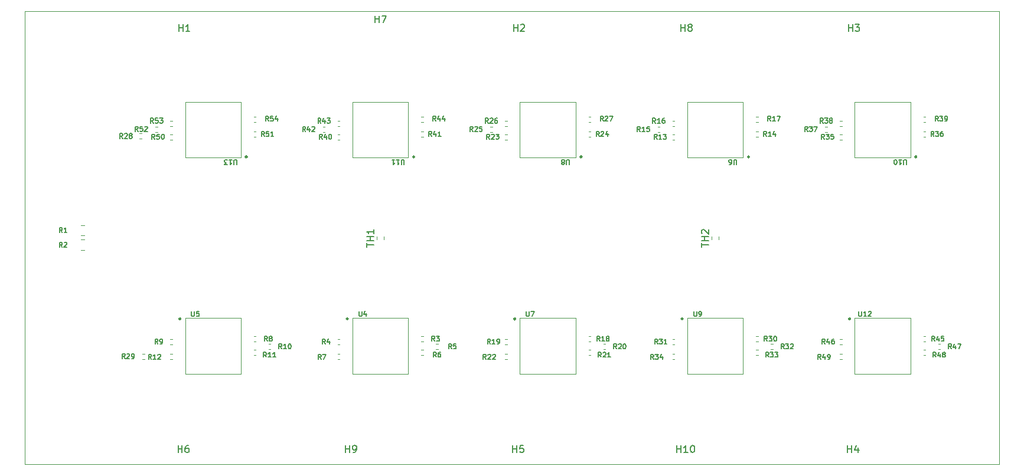
<source format=gbr>
%TF.GenerationSoftware,KiCad,Pcbnew,8.0.6*%
%TF.CreationDate,2024-12-11T18:08:37+01:00*%
%TF.ProjectId,AsicsBoard - 10xBM1370 - 01A,41736963-7342-46f6-9172-64202d203130,rev?*%
%TF.SameCoordinates,Original*%
%TF.FileFunction,Legend,Top*%
%TF.FilePolarity,Positive*%
%FSLAX46Y46*%
G04 Gerber Fmt 4.6, Leading zero omitted, Abs format (unit mm)*
G04 Created by KiCad (PCBNEW 8.0.6) date 2024-12-11 18:08:37*
%MOMM*%
%LPD*%
G01*
G04 APERTURE LIST*
%ADD10C,0.150000*%
%ADD11C,0.120000*%
%ADD12C,0.050000*%
%ADD13C,0.227485*%
%TA.AperFunction,Profile*%
%ADD14C,0.100000*%
%TD*%
G04 APERTURE END LIST*
D10*
X86983095Y-118295819D02*
X86983095Y-117295819D01*
X86983095Y-117772009D02*
X87554523Y-117772009D01*
X87554523Y-118295819D02*
X87554523Y-117295819D01*
X88459285Y-117295819D02*
X88268809Y-117295819D01*
X88268809Y-117295819D02*
X88173571Y-117343438D01*
X88173571Y-117343438D02*
X88125952Y-117391057D01*
X88125952Y-117391057D02*
X88030714Y-117533914D01*
X88030714Y-117533914D02*
X87983095Y-117724390D01*
X87983095Y-117724390D02*
X87983095Y-118105342D01*
X87983095Y-118105342D02*
X88030714Y-118200580D01*
X88030714Y-118200580D02*
X88078333Y-118248200D01*
X88078333Y-118248200D02*
X88173571Y-118295819D01*
X88173571Y-118295819D02*
X88364047Y-118295819D01*
X88364047Y-118295819D02*
X88459285Y-118248200D01*
X88459285Y-118248200D02*
X88506904Y-118200580D01*
X88506904Y-118200580D02*
X88554523Y-118105342D01*
X88554523Y-118105342D02*
X88554523Y-117867247D01*
X88554523Y-117867247D02*
X88506904Y-117772009D01*
X88506904Y-117772009D02*
X88459285Y-117724390D01*
X88459285Y-117724390D02*
X88364047Y-117676771D01*
X88364047Y-117676771D02*
X88173571Y-117676771D01*
X88173571Y-117676771D02*
X88078333Y-117724390D01*
X88078333Y-117724390D02*
X88030714Y-117772009D01*
X88030714Y-117772009D02*
X87983095Y-117867247D01*
X79367999Y-104822033D02*
X79134666Y-104488700D01*
X78967999Y-104822033D02*
X78967999Y-104122033D01*
X78967999Y-104122033D02*
X79234666Y-104122033D01*
X79234666Y-104122033D02*
X79301333Y-104155366D01*
X79301333Y-104155366D02*
X79334666Y-104188700D01*
X79334666Y-104188700D02*
X79367999Y-104255366D01*
X79367999Y-104255366D02*
X79367999Y-104355366D01*
X79367999Y-104355366D02*
X79334666Y-104422033D01*
X79334666Y-104422033D02*
X79301333Y-104455366D01*
X79301333Y-104455366D02*
X79234666Y-104488700D01*
X79234666Y-104488700D02*
X78967999Y-104488700D01*
X79634666Y-104188700D02*
X79667999Y-104155366D01*
X79667999Y-104155366D02*
X79734666Y-104122033D01*
X79734666Y-104122033D02*
X79901333Y-104122033D01*
X79901333Y-104122033D02*
X79967999Y-104155366D01*
X79967999Y-104155366D02*
X80001333Y-104188700D01*
X80001333Y-104188700D02*
X80034666Y-104255366D01*
X80034666Y-104255366D02*
X80034666Y-104322033D01*
X80034666Y-104322033D02*
X80001333Y-104422033D01*
X80001333Y-104422033D02*
X79601333Y-104822033D01*
X79601333Y-104822033D02*
X80034666Y-104822033D01*
X80368000Y-104822033D02*
X80501333Y-104822033D01*
X80501333Y-104822033D02*
X80568000Y-104788700D01*
X80568000Y-104788700D02*
X80601333Y-104755366D01*
X80601333Y-104755366D02*
X80668000Y-104655366D01*
X80668000Y-104655366D02*
X80701333Y-104522033D01*
X80701333Y-104522033D02*
X80701333Y-104255366D01*
X80701333Y-104255366D02*
X80668000Y-104188700D01*
X80668000Y-104188700D02*
X80634666Y-104155366D01*
X80634666Y-104155366D02*
X80568000Y-104122033D01*
X80568000Y-104122033D02*
X80434666Y-104122033D01*
X80434666Y-104122033D02*
X80368000Y-104155366D01*
X80368000Y-104155366D02*
X80334666Y-104188700D01*
X80334666Y-104188700D02*
X80301333Y-104255366D01*
X80301333Y-104255366D02*
X80301333Y-104422033D01*
X80301333Y-104422033D02*
X80334666Y-104488700D01*
X80334666Y-104488700D02*
X80368000Y-104522033D01*
X80368000Y-104522033D02*
X80434666Y-104555366D01*
X80434666Y-104555366D02*
X80568000Y-104555366D01*
X80568000Y-104555366D02*
X80634666Y-104522033D01*
X80634666Y-104522033D02*
X80668000Y-104488700D01*
X80668000Y-104488700D02*
X80701333Y-104422033D01*
X195449999Y-102316033D02*
X195216666Y-101982700D01*
X195049999Y-102316033D02*
X195049999Y-101616033D01*
X195049999Y-101616033D02*
X195316666Y-101616033D01*
X195316666Y-101616033D02*
X195383333Y-101649366D01*
X195383333Y-101649366D02*
X195416666Y-101682700D01*
X195416666Y-101682700D02*
X195449999Y-101749366D01*
X195449999Y-101749366D02*
X195449999Y-101849366D01*
X195449999Y-101849366D02*
X195416666Y-101916033D01*
X195416666Y-101916033D02*
X195383333Y-101949366D01*
X195383333Y-101949366D02*
X195316666Y-101982700D01*
X195316666Y-101982700D02*
X195049999Y-101982700D01*
X196049999Y-101849366D02*
X196049999Y-102316033D01*
X195883333Y-101582700D02*
X195716666Y-102082700D01*
X195716666Y-102082700D02*
X196149999Y-102082700D01*
X196750000Y-101616033D02*
X196416666Y-101616033D01*
X196416666Y-101616033D02*
X196383333Y-101949366D01*
X196383333Y-101949366D02*
X196416666Y-101916033D01*
X196416666Y-101916033D02*
X196483333Y-101882700D01*
X196483333Y-101882700D02*
X196650000Y-101882700D01*
X196650000Y-101882700D02*
X196716666Y-101916033D01*
X196716666Y-101916033D02*
X196750000Y-101949366D01*
X196750000Y-101949366D02*
X196783333Y-102016033D01*
X196783333Y-102016033D02*
X196783333Y-102182700D01*
X196783333Y-102182700D02*
X196750000Y-102249366D01*
X196750000Y-102249366D02*
X196716666Y-102282700D01*
X196716666Y-102282700D02*
X196650000Y-102316033D01*
X196650000Y-102316033D02*
X196483333Y-102316033D01*
X196483333Y-102316033D02*
X196416666Y-102282700D01*
X196416666Y-102282700D02*
X196383333Y-102249366D01*
X107649999Y-73316032D02*
X107416666Y-72982699D01*
X107249999Y-73316032D02*
X107249999Y-72616032D01*
X107249999Y-72616032D02*
X107516666Y-72616032D01*
X107516666Y-72616032D02*
X107583333Y-72649365D01*
X107583333Y-72649365D02*
X107616666Y-72682699D01*
X107616666Y-72682699D02*
X107649999Y-72749365D01*
X107649999Y-72749365D02*
X107649999Y-72849365D01*
X107649999Y-72849365D02*
X107616666Y-72916032D01*
X107616666Y-72916032D02*
X107583333Y-72949365D01*
X107583333Y-72949365D02*
X107516666Y-72982699D01*
X107516666Y-72982699D02*
X107249999Y-72982699D01*
X108249999Y-72849365D02*
X108249999Y-73316032D01*
X108083333Y-72582699D02*
X107916666Y-73082699D01*
X107916666Y-73082699D02*
X108349999Y-73082699D01*
X108750000Y-72616032D02*
X108816666Y-72616032D01*
X108816666Y-72616032D02*
X108883333Y-72649365D01*
X108883333Y-72649365D02*
X108916666Y-72682699D01*
X108916666Y-72682699D02*
X108950000Y-72749365D01*
X108950000Y-72749365D02*
X108983333Y-72882699D01*
X108983333Y-72882699D02*
X108983333Y-73049365D01*
X108983333Y-73049365D02*
X108950000Y-73182699D01*
X108950000Y-73182699D02*
X108916666Y-73249365D01*
X108916666Y-73249365D02*
X108883333Y-73282699D01*
X108883333Y-73282699D02*
X108816666Y-73316032D01*
X108816666Y-73316032D02*
X108750000Y-73316032D01*
X108750000Y-73316032D02*
X108683333Y-73282699D01*
X108683333Y-73282699D02*
X108650000Y-73249365D01*
X108650000Y-73249365D02*
X108616666Y-73182699D01*
X108616666Y-73182699D02*
X108583333Y-73049365D01*
X108583333Y-73049365D02*
X108583333Y-72882699D01*
X108583333Y-72882699D02*
X108616666Y-72749365D01*
X108616666Y-72749365D02*
X108650000Y-72682699D01*
X108650000Y-72682699D02*
X108683333Y-72649365D01*
X108683333Y-72649365D02*
X108750000Y-72616032D01*
X191406665Y-76955966D02*
X191406665Y-76389300D01*
X191406665Y-76389300D02*
X191373332Y-76322633D01*
X191373332Y-76322633D02*
X191339998Y-76289300D01*
X191339998Y-76289300D02*
X191273332Y-76255966D01*
X191273332Y-76255966D02*
X191139998Y-76255966D01*
X191139998Y-76255966D02*
X191073332Y-76289300D01*
X191073332Y-76289300D02*
X191039998Y-76322633D01*
X191039998Y-76322633D02*
X191006665Y-76389300D01*
X191006665Y-76389300D02*
X191006665Y-76955966D01*
X190306665Y-76255966D02*
X190706665Y-76255966D01*
X190506665Y-76255966D02*
X190506665Y-76955966D01*
X190506665Y-76955966D02*
X190573332Y-76855966D01*
X190573332Y-76855966D02*
X190639999Y-76789300D01*
X190639999Y-76789300D02*
X190706665Y-76755966D01*
X189873332Y-76955966D02*
X189806665Y-76955966D01*
X189806665Y-76955966D02*
X189739998Y-76922633D01*
X189739998Y-76922633D02*
X189706665Y-76889300D01*
X189706665Y-76889300D02*
X189673332Y-76822633D01*
X189673332Y-76822633D02*
X189639998Y-76689300D01*
X189639998Y-76689300D02*
X189639998Y-76522633D01*
X189639998Y-76522633D02*
X189673332Y-76389300D01*
X189673332Y-76389300D02*
X189706665Y-76322633D01*
X189706665Y-76322633D02*
X189739998Y-76289300D01*
X189739998Y-76289300D02*
X189806665Y-76255966D01*
X189806665Y-76255966D02*
X189873332Y-76255966D01*
X189873332Y-76255966D02*
X189939998Y-76289300D01*
X189939998Y-76289300D02*
X189973332Y-76322633D01*
X189973332Y-76322633D02*
X190006665Y-76389300D01*
X190006665Y-76389300D02*
X190039998Y-76522633D01*
X190039998Y-76522633D02*
X190039998Y-76689300D01*
X190039998Y-76689300D02*
X190006665Y-76822633D01*
X190006665Y-76822633D02*
X189973332Y-76889300D01*
X189973332Y-76889300D02*
X189939998Y-76922633D01*
X189939998Y-76922633D02*
X189873332Y-76955966D01*
X123949999Y-70716034D02*
X123716666Y-70382701D01*
X123549999Y-70716034D02*
X123549999Y-70016034D01*
X123549999Y-70016034D02*
X123816666Y-70016034D01*
X123816666Y-70016034D02*
X123883333Y-70049367D01*
X123883333Y-70049367D02*
X123916666Y-70082701D01*
X123916666Y-70082701D02*
X123949999Y-70149367D01*
X123949999Y-70149367D02*
X123949999Y-70249367D01*
X123949999Y-70249367D02*
X123916666Y-70316034D01*
X123916666Y-70316034D02*
X123883333Y-70349367D01*
X123883333Y-70349367D02*
X123816666Y-70382701D01*
X123816666Y-70382701D02*
X123549999Y-70382701D01*
X124549999Y-70249367D02*
X124549999Y-70716034D01*
X124383333Y-69982701D02*
X124216666Y-70482701D01*
X124216666Y-70482701D02*
X124649999Y-70482701D01*
X125216666Y-70249367D02*
X125216666Y-70716034D01*
X125050000Y-69982701D02*
X124883333Y-70482701D01*
X124883333Y-70482701D02*
X125316666Y-70482701D01*
X179149999Y-104916033D02*
X178916666Y-104582700D01*
X178749999Y-104916033D02*
X178749999Y-104216033D01*
X178749999Y-104216033D02*
X179016666Y-104216033D01*
X179016666Y-104216033D02*
X179083333Y-104249366D01*
X179083333Y-104249366D02*
X179116666Y-104282700D01*
X179116666Y-104282700D02*
X179149999Y-104349366D01*
X179149999Y-104349366D02*
X179149999Y-104449366D01*
X179149999Y-104449366D02*
X179116666Y-104516033D01*
X179116666Y-104516033D02*
X179083333Y-104549366D01*
X179083333Y-104549366D02*
X179016666Y-104582700D01*
X179016666Y-104582700D02*
X178749999Y-104582700D01*
X179749999Y-104449366D02*
X179749999Y-104916033D01*
X179583333Y-104182700D02*
X179416666Y-104682700D01*
X179416666Y-104682700D02*
X179849999Y-104682700D01*
X180150000Y-104916033D02*
X180283333Y-104916033D01*
X180283333Y-104916033D02*
X180350000Y-104882700D01*
X180350000Y-104882700D02*
X180383333Y-104849366D01*
X180383333Y-104849366D02*
X180450000Y-104749366D01*
X180450000Y-104749366D02*
X180483333Y-104616033D01*
X180483333Y-104616033D02*
X180483333Y-104349366D01*
X180483333Y-104349366D02*
X180450000Y-104282700D01*
X180450000Y-104282700D02*
X180416666Y-104249366D01*
X180416666Y-104249366D02*
X180350000Y-104216033D01*
X180350000Y-104216033D02*
X180216666Y-104216033D01*
X180216666Y-104216033D02*
X180150000Y-104249366D01*
X180150000Y-104249366D02*
X180116666Y-104282700D01*
X180116666Y-104282700D02*
X180083333Y-104349366D01*
X180083333Y-104349366D02*
X180083333Y-104516033D01*
X180083333Y-104516033D02*
X180116666Y-104582700D01*
X180116666Y-104582700D02*
X180150000Y-104616033D01*
X180150000Y-104616033D02*
X180216666Y-104649366D01*
X180216666Y-104649366D02*
X180350000Y-104649366D01*
X180350000Y-104649366D02*
X180416666Y-104616033D01*
X180416666Y-104616033D02*
X180450000Y-104582700D01*
X180450000Y-104582700D02*
X180483333Y-104516033D01*
X184593333Y-98044033D02*
X184593333Y-98610700D01*
X184593333Y-98610700D02*
X184626667Y-98677366D01*
X184626667Y-98677366D02*
X184660000Y-98710700D01*
X184660000Y-98710700D02*
X184726667Y-98744033D01*
X184726667Y-98744033D02*
X184860000Y-98744033D01*
X184860000Y-98744033D02*
X184926667Y-98710700D01*
X184926667Y-98710700D02*
X184960000Y-98677366D01*
X184960000Y-98677366D02*
X184993333Y-98610700D01*
X184993333Y-98610700D02*
X184993333Y-98044033D01*
X185693333Y-98744033D02*
X185293333Y-98744033D01*
X185493333Y-98744033D02*
X185493333Y-98044033D01*
X185493333Y-98044033D02*
X185426666Y-98144033D01*
X185426666Y-98144033D02*
X185360000Y-98210700D01*
X185360000Y-98210700D02*
X185293333Y-98244033D01*
X185960000Y-98110700D02*
X185993333Y-98077366D01*
X185993333Y-98077366D02*
X186060000Y-98044033D01*
X186060000Y-98044033D02*
X186226667Y-98044033D01*
X186226667Y-98044033D02*
X186293333Y-98077366D01*
X186293333Y-98077366D02*
X186326667Y-98110700D01*
X186326667Y-98110700D02*
X186360000Y-98177366D01*
X186360000Y-98177366D02*
X186360000Y-98244033D01*
X186360000Y-98244033D02*
X186326667Y-98344033D01*
X186326667Y-98344033D02*
X185926667Y-98744033D01*
X185926667Y-98744033D02*
X186360000Y-98744033D01*
X112926666Y-98044033D02*
X112926666Y-98610700D01*
X112926666Y-98610700D02*
X112960000Y-98677366D01*
X112960000Y-98677366D02*
X112993333Y-98710700D01*
X112993333Y-98710700D02*
X113060000Y-98744033D01*
X113060000Y-98744033D02*
X113193333Y-98744033D01*
X113193333Y-98744033D02*
X113260000Y-98710700D01*
X113260000Y-98710700D02*
X113293333Y-98677366D01*
X113293333Y-98677366D02*
X113326666Y-98610700D01*
X113326666Y-98610700D02*
X113326666Y-98044033D01*
X113959999Y-98277366D02*
X113959999Y-98744033D01*
X113793333Y-98010700D02*
X113626666Y-98510700D01*
X113626666Y-98510700D02*
X114059999Y-98510700D01*
X70383333Y-86716033D02*
X70150000Y-86382700D01*
X69983333Y-86716033D02*
X69983333Y-86016033D01*
X69983333Y-86016033D02*
X70250000Y-86016033D01*
X70250000Y-86016033D02*
X70316667Y-86049366D01*
X70316667Y-86049366D02*
X70350000Y-86082700D01*
X70350000Y-86082700D02*
X70383333Y-86149366D01*
X70383333Y-86149366D02*
X70383333Y-86249366D01*
X70383333Y-86249366D02*
X70350000Y-86316033D01*
X70350000Y-86316033D02*
X70316667Y-86349366D01*
X70316667Y-86349366D02*
X70250000Y-86382700D01*
X70250000Y-86382700D02*
X69983333Y-86382700D01*
X71050000Y-86716033D02*
X70650000Y-86716033D01*
X70850000Y-86716033D02*
X70850000Y-86016033D01*
X70850000Y-86016033D02*
X70783333Y-86116033D01*
X70783333Y-86116033D02*
X70716667Y-86182700D01*
X70716667Y-86182700D02*
X70650000Y-86216033D01*
X183098095Y-57843819D02*
X183098095Y-56843819D01*
X183098095Y-57320009D02*
X183669523Y-57320009D01*
X183669523Y-57843819D02*
X183669523Y-56843819D01*
X184050476Y-56843819D02*
X184669523Y-56843819D01*
X184669523Y-56843819D02*
X184336190Y-57224771D01*
X184336190Y-57224771D02*
X184479047Y-57224771D01*
X184479047Y-57224771D02*
X184574285Y-57272390D01*
X184574285Y-57272390D02*
X184621904Y-57320009D01*
X184621904Y-57320009D02*
X184669523Y-57415247D01*
X184669523Y-57415247D02*
X184669523Y-57653342D01*
X184669523Y-57653342D02*
X184621904Y-57748580D01*
X184621904Y-57748580D02*
X184574285Y-57796200D01*
X184574285Y-57796200D02*
X184479047Y-57843819D01*
X184479047Y-57843819D02*
X184193333Y-57843819D01*
X184193333Y-57843819D02*
X184098095Y-57796200D01*
X184098095Y-57796200D02*
X184050476Y-57748580D01*
X147649999Y-104616033D02*
X147416666Y-104282700D01*
X147249999Y-104616033D02*
X147249999Y-103916033D01*
X147249999Y-103916033D02*
X147516666Y-103916033D01*
X147516666Y-103916033D02*
X147583333Y-103949366D01*
X147583333Y-103949366D02*
X147616666Y-103982700D01*
X147616666Y-103982700D02*
X147649999Y-104049366D01*
X147649999Y-104049366D02*
X147649999Y-104149366D01*
X147649999Y-104149366D02*
X147616666Y-104216033D01*
X147616666Y-104216033D02*
X147583333Y-104249366D01*
X147583333Y-104249366D02*
X147516666Y-104282700D01*
X147516666Y-104282700D02*
X147249999Y-104282700D01*
X147916666Y-103982700D02*
X147949999Y-103949366D01*
X147949999Y-103949366D02*
X148016666Y-103916033D01*
X148016666Y-103916033D02*
X148183333Y-103916033D01*
X148183333Y-103916033D02*
X148249999Y-103949366D01*
X148249999Y-103949366D02*
X148283333Y-103982700D01*
X148283333Y-103982700D02*
X148316666Y-104049366D01*
X148316666Y-104049366D02*
X148316666Y-104116033D01*
X148316666Y-104116033D02*
X148283333Y-104216033D01*
X148283333Y-104216033D02*
X147883333Y-104616033D01*
X147883333Y-104616033D02*
X148316666Y-104616033D01*
X148983333Y-104616033D02*
X148583333Y-104616033D01*
X148783333Y-104616033D02*
X148783333Y-103916033D01*
X148783333Y-103916033D02*
X148716666Y-104016033D01*
X148716666Y-104016033D02*
X148650000Y-104082700D01*
X148650000Y-104082700D02*
X148583333Y-104116033D01*
X131749999Y-102716033D02*
X131516666Y-102382700D01*
X131349999Y-102716033D02*
X131349999Y-102016033D01*
X131349999Y-102016033D02*
X131616666Y-102016033D01*
X131616666Y-102016033D02*
X131683333Y-102049366D01*
X131683333Y-102049366D02*
X131716666Y-102082700D01*
X131716666Y-102082700D02*
X131749999Y-102149366D01*
X131749999Y-102149366D02*
X131749999Y-102249366D01*
X131749999Y-102249366D02*
X131716666Y-102316033D01*
X131716666Y-102316033D02*
X131683333Y-102349366D01*
X131683333Y-102349366D02*
X131616666Y-102382700D01*
X131616666Y-102382700D02*
X131349999Y-102382700D01*
X132416666Y-102716033D02*
X132016666Y-102716033D01*
X132216666Y-102716033D02*
X132216666Y-102016033D01*
X132216666Y-102016033D02*
X132149999Y-102116033D01*
X132149999Y-102116033D02*
X132083333Y-102182700D01*
X132083333Y-102182700D02*
X132016666Y-102216033D01*
X132750000Y-102716033D02*
X132883333Y-102716033D01*
X132883333Y-102716033D02*
X132950000Y-102682700D01*
X132950000Y-102682700D02*
X132983333Y-102649366D01*
X132983333Y-102649366D02*
X133050000Y-102549366D01*
X133050000Y-102549366D02*
X133083333Y-102416033D01*
X133083333Y-102416033D02*
X133083333Y-102149366D01*
X133083333Y-102149366D02*
X133050000Y-102082700D01*
X133050000Y-102082700D02*
X133016666Y-102049366D01*
X133016666Y-102049366D02*
X132950000Y-102016033D01*
X132950000Y-102016033D02*
X132816666Y-102016033D01*
X132816666Y-102016033D02*
X132750000Y-102049366D01*
X132750000Y-102049366D02*
X132716666Y-102082700D01*
X132716666Y-102082700D02*
X132683333Y-102149366D01*
X132683333Y-102149366D02*
X132683333Y-102316033D01*
X132683333Y-102316033D02*
X132716666Y-102382700D01*
X132716666Y-102382700D02*
X132750000Y-102416033D01*
X132750000Y-102416033D02*
X132816666Y-102449366D01*
X132816666Y-102449366D02*
X132950000Y-102449366D01*
X132950000Y-102449366D02*
X133016666Y-102416033D01*
X133016666Y-102416033D02*
X133050000Y-102382700D01*
X133050000Y-102382700D02*
X133083333Y-102316033D01*
X149849999Y-103416033D02*
X149616666Y-103082700D01*
X149449999Y-103416033D02*
X149449999Y-102716033D01*
X149449999Y-102716033D02*
X149716666Y-102716033D01*
X149716666Y-102716033D02*
X149783333Y-102749366D01*
X149783333Y-102749366D02*
X149816666Y-102782700D01*
X149816666Y-102782700D02*
X149849999Y-102849366D01*
X149849999Y-102849366D02*
X149849999Y-102949366D01*
X149849999Y-102949366D02*
X149816666Y-103016033D01*
X149816666Y-103016033D02*
X149783333Y-103049366D01*
X149783333Y-103049366D02*
X149716666Y-103082700D01*
X149716666Y-103082700D02*
X149449999Y-103082700D01*
X150116666Y-102782700D02*
X150149999Y-102749366D01*
X150149999Y-102749366D02*
X150216666Y-102716033D01*
X150216666Y-102716033D02*
X150383333Y-102716033D01*
X150383333Y-102716033D02*
X150449999Y-102749366D01*
X150449999Y-102749366D02*
X150483333Y-102782700D01*
X150483333Y-102782700D02*
X150516666Y-102849366D01*
X150516666Y-102849366D02*
X150516666Y-102916033D01*
X150516666Y-102916033D02*
X150483333Y-103016033D01*
X150483333Y-103016033D02*
X150083333Y-103416033D01*
X150083333Y-103416033D02*
X150516666Y-103416033D01*
X150950000Y-102716033D02*
X151016666Y-102716033D01*
X151016666Y-102716033D02*
X151083333Y-102749366D01*
X151083333Y-102749366D02*
X151116666Y-102782700D01*
X151116666Y-102782700D02*
X151150000Y-102849366D01*
X151150000Y-102849366D02*
X151183333Y-102982700D01*
X151183333Y-102982700D02*
X151183333Y-103149366D01*
X151183333Y-103149366D02*
X151150000Y-103282700D01*
X151150000Y-103282700D02*
X151116666Y-103349366D01*
X151116666Y-103349366D02*
X151083333Y-103382700D01*
X151083333Y-103382700D02*
X151016666Y-103416033D01*
X151016666Y-103416033D02*
X150950000Y-103416033D01*
X150950000Y-103416033D02*
X150883333Y-103382700D01*
X150883333Y-103382700D02*
X150850000Y-103349366D01*
X150850000Y-103349366D02*
X150816666Y-103282700D01*
X150816666Y-103282700D02*
X150783333Y-103149366D01*
X150783333Y-103149366D02*
X150783333Y-102982700D01*
X150783333Y-102982700D02*
X150816666Y-102849366D01*
X150816666Y-102849366D02*
X150850000Y-102782700D01*
X150850000Y-102782700D02*
X150883333Y-102749366D01*
X150883333Y-102749366D02*
X150950000Y-102716033D01*
X179449999Y-71016033D02*
X179216666Y-70682700D01*
X179049999Y-71016033D02*
X179049999Y-70316033D01*
X179049999Y-70316033D02*
X179316666Y-70316033D01*
X179316666Y-70316033D02*
X179383333Y-70349366D01*
X179383333Y-70349366D02*
X179416666Y-70382700D01*
X179416666Y-70382700D02*
X179449999Y-70449366D01*
X179449999Y-70449366D02*
X179449999Y-70549366D01*
X179449999Y-70549366D02*
X179416666Y-70616033D01*
X179416666Y-70616033D02*
X179383333Y-70649366D01*
X179383333Y-70649366D02*
X179316666Y-70682700D01*
X179316666Y-70682700D02*
X179049999Y-70682700D01*
X179683333Y-70316033D02*
X180116666Y-70316033D01*
X180116666Y-70316033D02*
X179883333Y-70582700D01*
X179883333Y-70582700D02*
X179983333Y-70582700D01*
X179983333Y-70582700D02*
X180049999Y-70616033D01*
X180049999Y-70616033D02*
X180083333Y-70649366D01*
X180083333Y-70649366D02*
X180116666Y-70716033D01*
X180116666Y-70716033D02*
X180116666Y-70882700D01*
X180116666Y-70882700D02*
X180083333Y-70949366D01*
X180083333Y-70949366D02*
X180049999Y-70982700D01*
X180049999Y-70982700D02*
X179983333Y-71016033D01*
X179983333Y-71016033D02*
X179783333Y-71016033D01*
X179783333Y-71016033D02*
X179716666Y-70982700D01*
X179716666Y-70982700D02*
X179683333Y-70949366D01*
X180516666Y-70616033D02*
X180450000Y-70582700D01*
X180450000Y-70582700D02*
X180416666Y-70549366D01*
X180416666Y-70549366D02*
X180383333Y-70482700D01*
X180383333Y-70482700D02*
X180383333Y-70449366D01*
X180383333Y-70449366D02*
X180416666Y-70382700D01*
X180416666Y-70382700D02*
X180450000Y-70349366D01*
X180450000Y-70349366D02*
X180516666Y-70316033D01*
X180516666Y-70316033D02*
X180650000Y-70316033D01*
X180650000Y-70316033D02*
X180716666Y-70349366D01*
X180716666Y-70349366D02*
X180750000Y-70382700D01*
X180750000Y-70382700D02*
X180783333Y-70449366D01*
X180783333Y-70449366D02*
X180783333Y-70482700D01*
X180783333Y-70482700D02*
X180750000Y-70549366D01*
X180750000Y-70549366D02*
X180716666Y-70582700D01*
X180716666Y-70582700D02*
X180650000Y-70616033D01*
X180650000Y-70616033D02*
X180516666Y-70616033D01*
X180516666Y-70616033D02*
X180450000Y-70649366D01*
X180450000Y-70649366D02*
X180416666Y-70682700D01*
X180416666Y-70682700D02*
X180383333Y-70749366D01*
X180383333Y-70749366D02*
X180383333Y-70882700D01*
X180383333Y-70882700D02*
X180416666Y-70949366D01*
X180416666Y-70949366D02*
X180450000Y-70982700D01*
X180450000Y-70982700D02*
X180516666Y-71016033D01*
X180516666Y-71016033D02*
X180650000Y-71016033D01*
X180650000Y-71016033D02*
X180716666Y-70982700D01*
X180716666Y-70982700D02*
X180750000Y-70949366D01*
X180750000Y-70949366D02*
X180783333Y-70882700D01*
X180783333Y-70882700D02*
X180783333Y-70749366D01*
X180783333Y-70749366D02*
X180750000Y-70682700D01*
X180750000Y-70682700D02*
X180716666Y-70649366D01*
X180716666Y-70649366D02*
X180650000Y-70616033D01*
X195349999Y-72916033D02*
X195116666Y-72582700D01*
X194949999Y-72916033D02*
X194949999Y-72216033D01*
X194949999Y-72216033D02*
X195216666Y-72216033D01*
X195216666Y-72216033D02*
X195283333Y-72249366D01*
X195283333Y-72249366D02*
X195316666Y-72282700D01*
X195316666Y-72282700D02*
X195349999Y-72349366D01*
X195349999Y-72349366D02*
X195349999Y-72449366D01*
X195349999Y-72449366D02*
X195316666Y-72516033D01*
X195316666Y-72516033D02*
X195283333Y-72549366D01*
X195283333Y-72549366D02*
X195216666Y-72582700D01*
X195216666Y-72582700D02*
X194949999Y-72582700D01*
X195583333Y-72216033D02*
X196016666Y-72216033D01*
X196016666Y-72216033D02*
X195783333Y-72482700D01*
X195783333Y-72482700D02*
X195883333Y-72482700D01*
X195883333Y-72482700D02*
X195949999Y-72516033D01*
X195949999Y-72516033D02*
X195983333Y-72549366D01*
X195983333Y-72549366D02*
X196016666Y-72616033D01*
X196016666Y-72616033D02*
X196016666Y-72782700D01*
X196016666Y-72782700D02*
X195983333Y-72849366D01*
X195983333Y-72849366D02*
X195949999Y-72882700D01*
X195949999Y-72882700D02*
X195883333Y-72916033D01*
X195883333Y-72916033D02*
X195683333Y-72916033D01*
X195683333Y-72916033D02*
X195616666Y-72882700D01*
X195616666Y-72882700D02*
X195583333Y-72849366D01*
X196616666Y-72216033D02*
X196483333Y-72216033D01*
X196483333Y-72216033D02*
X196416666Y-72249366D01*
X196416666Y-72249366D02*
X196383333Y-72282700D01*
X196383333Y-72282700D02*
X196316666Y-72382700D01*
X196316666Y-72382700D02*
X196283333Y-72516033D01*
X196283333Y-72516033D02*
X196283333Y-72782700D01*
X196283333Y-72782700D02*
X196316666Y-72849366D01*
X196316666Y-72849366D02*
X196350000Y-72882700D01*
X196350000Y-72882700D02*
X196416666Y-72916033D01*
X196416666Y-72916033D02*
X196550000Y-72916033D01*
X196550000Y-72916033D02*
X196616666Y-72882700D01*
X196616666Y-72882700D02*
X196650000Y-72849366D01*
X196650000Y-72849366D02*
X196683333Y-72782700D01*
X196683333Y-72782700D02*
X196683333Y-72616033D01*
X196683333Y-72616033D02*
X196650000Y-72549366D01*
X196650000Y-72549366D02*
X196616666Y-72516033D01*
X196616666Y-72516033D02*
X196550000Y-72482700D01*
X196550000Y-72482700D02*
X196416666Y-72482700D01*
X196416666Y-72482700D02*
X196350000Y-72516033D01*
X196350000Y-72516033D02*
X196316666Y-72549366D01*
X196316666Y-72549366D02*
X196283333Y-72616033D01*
X115238095Y-56604819D02*
X115238095Y-55604819D01*
X115238095Y-56081009D02*
X115809523Y-56081009D01*
X115809523Y-56604819D02*
X115809523Y-55604819D01*
X116190476Y-55604819D02*
X116857142Y-55604819D01*
X116857142Y-55604819D02*
X116428571Y-56604819D01*
X99783333Y-102316033D02*
X99550000Y-101982700D01*
X99383333Y-102316033D02*
X99383333Y-101616033D01*
X99383333Y-101616033D02*
X99650000Y-101616033D01*
X99650000Y-101616033D02*
X99716667Y-101649366D01*
X99716667Y-101649366D02*
X99750000Y-101682700D01*
X99750000Y-101682700D02*
X99783333Y-101749366D01*
X99783333Y-101749366D02*
X99783333Y-101849366D01*
X99783333Y-101849366D02*
X99750000Y-101916033D01*
X99750000Y-101916033D02*
X99716667Y-101949366D01*
X99716667Y-101949366D02*
X99650000Y-101982700D01*
X99650000Y-101982700D02*
X99383333Y-101982700D01*
X100183333Y-101916033D02*
X100116667Y-101882700D01*
X100116667Y-101882700D02*
X100083333Y-101849366D01*
X100083333Y-101849366D02*
X100050000Y-101782700D01*
X100050000Y-101782700D02*
X100050000Y-101749366D01*
X100050000Y-101749366D02*
X100083333Y-101682700D01*
X100083333Y-101682700D02*
X100116667Y-101649366D01*
X100116667Y-101649366D02*
X100183333Y-101616033D01*
X100183333Y-101616033D02*
X100316667Y-101616033D01*
X100316667Y-101616033D02*
X100383333Y-101649366D01*
X100383333Y-101649366D02*
X100416667Y-101682700D01*
X100416667Y-101682700D02*
X100450000Y-101749366D01*
X100450000Y-101749366D02*
X100450000Y-101782700D01*
X100450000Y-101782700D02*
X100416667Y-101849366D01*
X100416667Y-101849366D02*
X100383333Y-101882700D01*
X100383333Y-101882700D02*
X100316667Y-101916033D01*
X100316667Y-101916033D02*
X100183333Y-101916033D01*
X100183333Y-101916033D02*
X100116667Y-101949366D01*
X100116667Y-101949366D02*
X100083333Y-101982700D01*
X100083333Y-101982700D02*
X100050000Y-102049366D01*
X100050000Y-102049366D02*
X100050000Y-102182700D01*
X100050000Y-102182700D02*
X100083333Y-102249366D01*
X100083333Y-102249366D02*
X100116667Y-102282700D01*
X100116667Y-102282700D02*
X100183333Y-102316033D01*
X100183333Y-102316033D02*
X100316667Y-102316033D01*
X100316667Y-102316033D02*
X100383333Y-102282700D01*
X100383333Y-102282700D02*
X100416667Y-102249366D01*
X100416667Y-102249366D02*
X100450000Y-102182700D01*
X100450000Y-102182700D02*
X100450000Y-102049366D01*
X100450000Y-102049366D02*
X100416667Y-101982700D01*
X100416667Y-101982700D02*
X100383333Y-101949366D01*
X100383333Y-101949366D02*
X100316667Y-101916033D01*
X99949999Y-70716034D02*
X99716666Y-70382701D01*
X99549999Y-70716034D02*
X99549999Y-70016034D01*
X99549999Y-70016034D02*
X99816666Y-70016034D01*
X99816666Y-70016034D02*
X99883333Y-70049367D01*
X99883333Y-70049367D02*
X99916666Y-70082701D01*
X99916666Y-70082701D02*
X99949999Y-70149367D01*
X99949999Y-70149367D02*
X99949999Y-70249367D01*
X99949999Y-70249367D02*
X99916666Y-70316034D01*
X99916666Y-70316034D02*
X99883333Y-70349367D01*
X99883333Y-70349367D02*
X99816666Y-70382701D01*
X99816666Y-70382701D02*
X99549999Y-70382701D01*
X100583333Y-70016034D02*
X100249999Y-70016034D01*
X100249999Y-70016034D02*
X100216666Y-70349367D01*
X100216666Y-70349367D02*
X100249999Y-70316034D01*
X100249999Y-70316034D02*
X100316666Y-70282701D01*
X100316666Y-70282701D02*
X100483333Y-70282701D01*
X100483333Y-70282701D02*
X100549999Y-70316034D01*
X100549999Y-70316034D02*
X100583333Y-70349367D01*
X100583333Y-70349367D02*
X100616666Y-70416034D01*
X100616666Y-70416034D02*
X100616666Y-70582701D01*
X100616666Y-70582701D02*
X100583333Y-70649367D01*
X100583333Y-70649367D02*
X100549999Y-70682701D01*
X100549999Y-70682701D02*
X100483333Y-70716034D01*
X100483333Y-70716034D02*
X100316666Y-70716034D01*
X100316666Y-70716034D02*
X100249999Y-70682701D01*
X100249999Y-70682701D02*
X100216666Y-70649367D01*
X101216666Y-70249367D02*
X101216666Y-70716034D01*
X101050000Y-69982701D02*
X100883333Y-70482701D01*
X100883333Y-70482701D02*
X101316666Y-70482701D01*
X143073332Y-76955966D02*
X143073332Y-76389300D01*
X143073332Y-76389300D02*
X143039999Y-76322633D01*
X143039999Y-76322633D02*
X143006665Y-76289300D01*
X143006665Y-76289300D02*
X142939999Y-76255966D01*
X142939999Y-76255966D02*
X142806665Y-76255966D01*
X142806665Y-76255966D02*
X142739999Y-76289300D01*
X142739999Y-76289300D02*
X142706665Y-76322633D01*
X142706665Y-76322633D02*
X142673332Y-76389300D01*
X142673332Y-76389300D02*
X142673332Y-76955966D01*
X142239999Y-76655966D02*
X142306666Y-76689300D01*
X142306666Y-76689300D02*
X142339999Y-76722633D01*
X142339999Y-76722633D02*
X142373332Y-76789300D01*
X142373332Y-76789300D02*
X142373332Y-76822633D01*
X142373332Y-76822633D02*
X142339999Y-76889300D01*
X142339999Y-76889300D02*
X142306666Y-76922633D01*
X142306666Y-76922633D02*
X142239999Y-76955966D01*
X142239999Y-76955966D02*
X142106666Y-76955966D01*
X142106666Y-76955966D02*
X142039999Y-76922633D01*
X142039999Y-76922633D02*
X142006666Y-76889300D01*
X142006666Y-76889300D02*
X141973332Y-76822633D01*
X141973332Y-76822633D02*
X141973332Y-76789300D01*
X141973332Y-76789300D02*
X142006666Y-76722633D01*
X142006666Y-76722633D02*
X142039999Y-76689300D01*
X142039999Y-76689300D02*
X142106666Y-76655966D01*
X142106666Y-76655966D02*
X142239999Y-76655966D01*
X142239999Y-76655966D02*
X142306666Y-76622633D01*
X142306666Y-76622633D02*
X142339999Y-76589300D01*
X142339999Y-76589300D02*
X142373332Y-76522633D01*
X142373332Y-76522633D02*
X142373332Y-76389300D01*
X142373332Y-76389300D02*
X142339999Y-76322633D01*
X142339999Y-76322633D02*
X142306666Y-76289300D01*
X142306666Y-76289300D02*
X142239999Y-76255966D01*
X142239999Y-76255966D02*
X142106666Y-76255966D01*
X142106666Y-76255966D02*
X142039999Y-76289300D01*
X142039999Y-76289300D02*
X142006666Y-76322633D01*
X142006666Y-76322633D02*
X141973332Y-76389300D01*
X141973332Y-76389300D02*
X141973332Y-76522633D01*
X141973332Y-76522633D02*
X142006666Y-76589300D01*
X142006666Y-76589300D02*
X142039999Y-76622633D01*
X142039999Y-76622633D02*
X142106666Y-76655966D01*
X155449999Y-71016033D02*
X155216666Y-70682700D01*
X155049999Y-71016033D02*
X155049999Y-70316033D01*
X155049999Y-70316033D02*
X155316666Y-70316033D01*
X155316666Y-70316033D02*
X155383333Y-70349366D01*
X155383333Y-70349366D02*
X155416666Y-70382700D01*
X155416666Y-70382700D02*
X155449999Y-70449366D01*
X155449999Y-70449366D02*
X155449999Y-70549366D01*
X155449999Y-70549366D02*
X155416666Y-70616033D01*
X155416666Y-70616033D02*
X155383333Y-70649366D01*
X155383333Y-70649366D02*
X155316666Y-70682700D01*
X155316666Y-70682700D02*
X155049999Y-70682700D01*
X156116666Y-71016033D02*
X155716666Y-71016033D01*
X155916666Y-71016033D02*
X155916666Y-70316033D01*
X155916666Y-70316033D02*
X155849999Y-70416033D01*
X155849999Y-70416033D02*
X155783333Y-70482700D01*
X155783333Y-70482700D02*
X155716666Y-70516033D01*
X156716666Y-70316033D02*
X156583333Y-70316033D01*
X156583333Y-70316033D02*
X156516666Y-70349366D01*
X156516666Y-70349366D02*
X156483333Y-70382700D01*
X156483333Y-70382700D02*
X156416666Y-70482700D01*
X156416666Y-70482700D02*
X156383333Y-70616033D01*
X156383333Y-70616033D02*
X156383333Y-70882700D01*
X156383333Y-70882700D02*
X156416666Y-70949366D01*
X156416666Y-70949366D02*
X156450000Y-70982700D01*
X156450000Y-70982700D02*
X156516666Y-71016033D01*
X156516666Y-71016033D02*
X156650000Y-71016033D01*
X156650000Y-71016033D02*
X156716666Y-70982700D01*
X156716666Y-70982700D02*
X156750000Y-70949366D01*
X156750000Y-70949366D02*
X156783333Y-70882700D01*
X156783333Y-70882700D02*
X156783333Y-70716033D01*
X156783333Y-70716033D02*
X156750000Y-70649366D01*
X156750000Y-70649366D02*
X156716666Y-70616033D01*
X156716666Y-70616033D02*
X156650000Y-70582700D01*
X156650000Y-70582700D02*
X156516666Y-70582700D01*
X156516666Y-70582700D02*
X156450000Y-70616033D01*
X156450000Y-70616033D02*
X156416666Y-70649366D01*
X156416666Y-70649366D02*
X156383333Y-70716033D01*
X99649999Y-104616033D02*
X99416666Y-104282700D01*
X99249999Y-104616033D02*
X99249999Y-103916033D01*
X99249999Y-103916033D02*
X99516666Y-103916033D01*
X99516666Y-103916033D02*
X99583333Y-103949366D01*
X99583333Y-103949366D02*
X99616666Y-103982700D01*
X99616666Y-103982700D02*
X99649999Y-104049366D01*
X99649999Y-104049366D02*
X99649999Y-104149366D01*
X99649999Y-104149366D02*
X99616666Y-104216033D01*
X99616666Y-104216033D02*
X99583333Y-104249366D01*
X99583333Y-104249366D02*
X99516666Y-104282700D01*
X99516666Y-104282700D02*
X99249999Y-104282700D01*
X100316666Y-104616033D02*
X99916666Y-104616033D01*
X100116666Y-104616033D02*
X100116666Y-103916033D01*
X100116666Y-103916033D02*
X100049999Y-104016033D01*
X100049999Y-104016033D02*
X99983333Y-104082700D01*
X99983333Y-104082700D02*
X99916666Y-104116033D01*
X100983333Y-104616033D02*
X100583333Y-104616033D01*
X100783333Y-104616033D02*
X100783333Y-103916033D01*
X100783333Y-103916033D02*
X100716666Y-104016033D01*
X100716666Y-104016033D02*
X100650000Y-104082700D01*
X100650000Y-104082700D02*
X100583333Y-104116033D01*
X110983095Y-118295819D02*
X110983095Y-117295819D01*
X110983095Y-117772009D02*
X111554523Y-117772009D01*
X111554523Y-118295819D02*
X111554523Y-117295819D01*
X112078333Y-118295819D02*
X112268809Y-118295819D01*
X112268809Y-118295819D02*
X112364047Y-118248200D01*
X112364047Y-118248200D02*
X112411666Y-118200580D01*
X112411666Y-118200580D02*
X112506904Y-118057723D01*
X112506904Y-118057723D02*
X112554523Y-117867247D01*
X112554523Y-117867247D02*
X112554523Y-117486295D01*
X112554523Y-117486295D02*
X112506904Y-117391057D01*
X112506904Y-117391057D02*
X112459285Y-117343438D01*
X112459285Y-117343438D02*
X112364047Y-117295819D01*
X112364047Y-117295819D02*
X112173571Y-117295819D01*
X112173571Y-117295819D02*
X112078333Y-117343438D01*
X112078333Y-117343438D02*
X112030714Y-117391057D01*
X112030714Y-117391057D02*
X111983095Y-117486295D01*
X111983095Y-117486295D02*
X111983095Y-117724390D01*
X111983095Y-117724390D02*
X112030714Y-117819628D01*
X112030714Y-117819628D02*
X112078333Y-117867247D01*
X112078333Y-117867247D02*
X112173571Y-117914866D01*
X112173571Y-117914866D02*
X112364047Y-117914866D01*
X112364047Y-117914866D02*
X112459285Y-117867247D01*
X112459285Y-117867247D02*
X112506904Y-117819628D01*
X112506904Y-117819628D02*
X112554523Y-117724390D01*
X162024819Y-88785713D02*
X162024819Y-88214285D01*
X163024819Y-88499999D02*
X162024819Y-88499999D01*
X163024819Y-87880951D02*
X162024819Y-87880951D01*
X162501009Y-87880951D02*
X162501009Y-87309523D01*
X163024819Y-87309523D02*
X162024819Y-87309523D01*
X162120057Y-86880951D02*
X162072438Y-86833332D01*
X162072438Y-86833332D02*
X162024819Y-86738094D01*
X162024819Y-86738094D02*
X162024819Y-86499999D01*
X162024819Y-86499999D02*
X162072438Y-86404761D01*
X162072438Y-86404761D02*
X162120057Y-86357142D01*
X162120057Y-86357142D02*
X162215295Y-86309523D01*
X162215295Y-86309523D02*
X162310533Y-86309523D01*
X162310533Y-86309523D02*
X162453390Y-86357142D01*
X162453390Y-86357142D02*
X163024819Y-86928570D01*
X163024819Y-86928570D02*
X163024819Y-86309523D01*
X95406665Y-76955966D02*
X95406665Y-76389300D01*
X95406665Y-76389300D02*
X95373332Y-76322633D01*
X95373332Y-76322633D02*
X95339998Y-76289300D01*
X95339998Y-76289300D02*
X95273332Y-76255966D01*
X95273332Y-76255966D02*
X95139998Y-76255966D01*
X95139998Y-76255966D02*
X95073332Y-76289300D01*
X95073332Y-76289300D02*
X95039998Y-76322633D01*
X95039998Y-76322633D02*
X95006665Y-76389300D01*
X95006665Y-76389300D02*
X95006665Y-76955966D01*
X94306665Y-76255966D02*
X94706665Y-76255966D01*
X94506665Y-76255966D02*
X94506665Y-76955966D01*
X94506665Y-76955966D02*
X94573332Y-76855966D01*
X94573332Y-76855966D02*
X94639999Y-76789300D01*
X94639999Y-76789300D02*
X94706665Y-76755966D01*
X94073332Y-76955966D02*
X93639998Y-76955966D01*
X93639998Y-76955966D02*
X93873332Y-76689300D01*
X93873332Y-76689300D02*
X93773332Y-76689300D01*
X93773332Y-76689300D02*
X93706665Y-76655966D01*
X93706665Y-76655966D02*
X93673332Y-76622633D01*
X93673332Y-76622633D02*
X93639998Y-76555966D01*
X93639998Y-76555966D02*
X93639998Y-76389300D01*
X93639998Y-76389300D02*
X93673332Y-76322633D01*
X93673332Y-76322633D02*
X93706665Y-76289300D01*
X93706665Y-76289300D02*
X93773332Y-76255966D01*
X93773332Y-76255966D02*
X93973332Y-76255966D01*
X93973332Y-76255966D02*
X94039998Y-76289300D01*
X94039998Y-76289300D02*
X94073332Y-76322633D01*
X197849999Y-103416033D02*
X197616666Y-103082700D01*
X197449999Y-103416033D02*
X197449999Y-102716033D01*
X197449999Y-102716033D02*
X197716666Y-102716033D01*
X197716666Y-102716033D02*
X197783333Y-102749366D01*
X197783333Y-102749366D02*
X197816666Y-102782700D01*
X197816666Y-102782700D02*
X197849999Y-102849366D01*
X197849999Y-102849366D02*
X197849999Y-102949366D01*
X197849999Y-102949366D02*
X197816666Y-103016033D01*
X197816666Y-103016033D02*
X197783333Y-103049366D01*
X197783333Y-103049366D02*
X197716666Y-103082700D01*
X197716666Y-103082700D02*
X197449999Y-103082700D01*
X198449999Y-102949366D02*
X198449999Y-103416033D01*
X198283333Y-102682700D02*
X198116666Y-103182700D01*
X198116666Y-103182700D02*
X198549999Y-103182700D01*
X198750000Y-102716033D02*
X199216666Y-102716033D01*
X199216666Y-102716033D02*
X198916666Y-103416033D01*
X134977095Y-118295819D02*
X134977095Y-117295819D01*
X134977095Y-117772009D02*
X135548523Y-117772009D01*
X135548523Y-118295819D02*
X135548523Y-117295819D01*
X136500904Y-117295819D02*
X136024714Y-117295819D01*
X136024714Y-117295819D02*
X135977095Y-117772009D01*
X135977095Y-117772009D02*
X136024714Y-117724390D01*
X136024714Y-117724390D02*
X136119952Y-117676771D01*
X136119952Y-117676771D02*
X136358047Y-117676771D01*
X136358047Y-117676771D02*
X136453285Y-117724390D01*
X136453285Y-117724390D02*
X136500904Y-117772009D01*
X136500904Y-117772009D02*
X136548523Y-117867247D01*
X136548523Y-117867247D02*
X136548523Y-118105342D01*
X136548523Y-118105342D02*
X136500904Y-118200580D01*
X136500904Y-118200580D02*
X136453285Y-118248200D01*
X136453285Y-118248200D02*
X136358047Y-118295819D01*
X136358047Y-118295819D02*
X136119952Y-118295819D01*
X136119952Y-118295819D02*
X136024714Y-118248200D01*
X136024714Y-118248200D02*
X135977095Y-118200580D01*
X147449999Y-102316033D02*
X147216666Y-101982700D01*
X147049999Y-102316033D02*
X147049999Y-101616033D01*
X147049999Y-101616033D02*
X147316666Y-101616033D01*
X147316666Y-101616033D02*
X147383333Y-101649366D01*
X147383333Y-101649366D02*
X147416666Y-101682700D01*
X147416666Y-101682700D02*
X147449999Y-101749366D01*
X147449999Y-101749366D02*
X147449999Y-101849366D01*
X147449999Y-101849366D02*
X147416666Y-101916033D01*
X147416666Y-101916033D02*
X147383333Y-101949366D01*
X147383333Y-101949366D02*
X147316666Y-101982700D01*
X147316666Y-101982700D02*
X147049999Y-101982700D01*
X148116666Y-102316033D02*
X147716666Y-102316033D01*
X147916666Y-102316033D02*
X147916666Y-101616033D01*
X147916666Y-101616033D02*
X147849999Y-101716033D01*
X147849999Y-101716033D02*
X147783333Y-101782700D01*
X147783333Y-101782700D02*
X147716666Y-101816033D01*
X148516666Y-101916033D02*
X148450000Y-101882700D01*
X148450000Y-101882700D02*
X148416666Y-101849366D01*
X148416666Y-101849366D02*
X148383333Y-101782700D01*
X148383333Y-101782700D02*
X148383333Y-101749366D01*
X148383333Y-101749366D02*
X148416666Y-101682700D01*
X148416666Y-101682700D02*
X148450000Y-101649366D01*
X148450000Y-101649366D02*
X148516666Y-101616033D01*
X148516666Y-101616033D02*
X148650000Y-101616033D01*
X148650000Y-101616033D02*
X148716666Y-101649366D01*
X148716666Y-101649366D02*
X148750000Y-101682700D01*
X148750000Y-101682700D02*
X148783333Y-101749366D01*
X148783333Y-101749366D02*
X148783333Y-101782700D01*
X148783333Y-101782700D02*
X148750000Y-101849366D01*
X148750000Y-101849366D02*
X148716666Y-101882700D01*
X148716666Y-101882700D02*
X148650000Y-101916033D01*
X148650000Y-101916033D02*
X148516666Y-101916033D01*
X148516666Y-101916033D02*
X148450000Y-101949366D01*
X148450000Y-101949366D02*
X148416666Y-101982700D01*
X148416666Y-101982700D02*
X148383333Y-102049366D01*
X148383333Y-102049366D02*
X148383333Y-102182700D01*
X148383333Y-102182700D02*
X148416666Y-102249366D01*
X148416666Y-102249366D02*
X148450000Y-102282700D01*
X148450000Y-102282700D02*
X148516666Y-102316033D01*
X148516666Y-102316033D02*
X148650000Y-102316033D01*
X148650000Y-102316033D02*
X148716666Y-102282700D01*
X148716666Y-102282700D02*
X148750000Y-102249366D01*
X148750000Y-102249366D02*
X148783333Y-102182700D01*
X148783333Y-102182700D02*
X148783333Y-102049366D01*
X148783333Y-102049366D02*
X148750000Y-101982700D01*
X148750000Y-101982700D02*
X148716666Y-101949366D01*
X148716666Y-101949366D02*
X148650000Y-101916033D01*
X158506905Y-118295819D02*
X158506905Y-117295819D01*
X158506905Y-117772009D02*
X159078333Y-117772009D01*
X159078333Y-118295819D02*
X159078333Y-117295819D01*
X160078333Y-118295819D02*
X159506905Y-118295819D01*
X159792619Y-118295819D02*
X159792619Y-117295819D01*
X159792619Y-117295819D02*
X159697381Y-117438676D01*
X159697381Y-117438676D02*
X159602143Y-117533914D01*
X159602143Y-117533914D02*
X159506905Y-117581533D01*
X160697381Y-117295819D02*
X160792619Y-117295819D01*
X160792619Y-117295819D02*
X160887857Y-117343438D01*
X160887857Y-117343438D02*
X160935476Y-117391057D01*
X160935476Y-117391057D02*
X160983095Y-117486295D01*
X160983095Y-117486295D02*
X161030714Y-117676771D01*
X161030714Y-117676771D02*
X161030714Y-117914866D01*
X161030714Y-117914866D02*
X160983095Y-118105342D01*
X160983095Y-118105342D02*
X160935476Y-118200580D01*
X160935476Y-118200580D02*
X160887857Y-118248200D01*
X160887857Y-118248200D02*
X160792619Y-118295819D01*
X160792619Y-118295819D02*
X160697381Y-118295819D01*
X160697381Y-118295819D02*
X160602143Y-118248200D01*
X160602143Y-118248200D02*
X160554524Y-118200580D01*
X160554524Y-118200580D02*
X160506905Y-118105342D01*
X160506905Y-118105342D02*
X160459286Y-117914866D01*
X160459286Y-117914866D02*
X160459286Y-117676771D01*
X160459286Y-117676771D02*
X160506905Y-117486295D01*
X160506905Y-117486295D02*
X160554524Y-117391057D01*
X160554524Y-117391057D02*
X160602143Y-117343438D01*
X160602143Y-117343438D02*
X160697381Y-117295819D01*
X70383333Y-88816033D02*
X70150000Y-88482700D01*
X69983333Y-88816033D02*
X69983333Y-88116033D01*
X69983333Y-88116033D02*
X70250000Y-88116033D01*
X70250000Y-88116033D02*
X70316667Y-88149366D01*
X70316667Y-88149366D02*
X70350000Y-88182700D01*
X70350000Y-88182700D02*
X70383333Y-88249366D01*
X70383333Y-88249366D02*
X70383333Y-88349366D01*
X70383333Y-88349366D02*
X70350000Y-88416033D01*
X70350000Y-88416033D02*
X70316667Y-88449366D01*
X70316667Y-88449366D02*
X70250000Y-88482700D01*
X70250000Y-88482700D02*
X69983333Y-88482700D01*
X70650000Y-88182700D02*
X70683333Y-88149366D01*
X70683333Y-88149366D02*
X70750000Y-88116033D01*
X70750000Y-88116033D02*
X70916667Y-88116033D01*
X70916667Y-88116033D02*
X70983333Y-88149366D01*
X70983333Y-88149366D02*
X71016667Y-88182700D01*
X71016667Y-88182700D02*
X71050000Y-88249366D01*
X71050000Y-88249366D02*
X71050000Y-88316033D01*
X71050000Y-88316033D02*
X71016667Y-88416033D01*
X71016667Y-88416033D02*
X70616667Y-88816033D01*
X70616667Y-88816033D02*
X71050000Y-88816033D01*
X147949999Y-70716034D02*
X147716666Y-70382701D01*
X147549999Y-70716034D02*
X147549999Y-70016034D01*
X147549999Y-70016034D02*
X147816666Y-70016034D01*
X147816666Y-70016034D02*
X147883333Y-70049367D01*
X147883333Y-70049367D02*
X147916666Y-70082701D01*
X147916666Y-70082701D02*
X147949999Y-70149367D01*
X147949999Y-70149367D02*
X147949999Y-70249367D01*
X147949999Y-70249367D02*
X147916666Y-70316034D01*
X147916666Y-70316034D02*
X147883333Y-70349367D01*
X147883333Y-70349367D02*
X147816666Y-70382701D01*
X147816666Y-70382701D02*
X147549999Y-70382701D01*
X148216666Y-70082701D02*
X148249999Y-70049367D01*
X148249999Y-70049367D02*
X148316666Y-70016034D01*
X148316666Y-70016034D02*
X148483333Y-70016034D01*
X148483333Y-70016034D02*
X148549999Y-70049367D01*
X148549999Y-70049367D02*
X148583333Y-70082701D01*
X148583333Y-70082701D02*
X148616666Y-70149367D01*
X148616666Y-70149367D02*
X148616666Y-70216034D01*
X148616666Y-70216034D02*
X148583333Y-70316034D01*
X148583333Y-70316034D02*
X148183333Y-70716034D01*
X148183333Y-70716034D02*
X148616666Y-70716034D01*
X148850000Y-70016034D02*
X149316666Y-70016034D01*
X149316666Y-70016034D02*
X149016666Y-70716034D01*
X171649999Y-104616033D02*
X171416666Y-104282700D01*
X171249999Y-104616033D02*
X171249999Y-103916033D01*
X171249999Y-103916033D02*
X171516666Y-103916033D01*
X171516666Y-103916033D02*
X171583333Y-103949366D01*
X171583333Y-103949366D02*
X171616666Y-103982700D01*
X171616666Y-103982700D02*
X171649999Y-104049366D01*
X171649999Y-104049366D02*
X171649999Y-104149366D01*
X171649999Y-104149366D02*
X171616666Y-104216033D01*
X171616666Y-104216033D02*
X171583333Y-104249366D01*
X171583333Y-104249366D02*
X171516666Y-104282700D01*
X171516666Y-104282700D02*
X171249999Y-104282700D01*
X171883333Y-103916033D02*
X172316666Y-103916033D01*
X172316666Y-103916033D02*
X172083333Y-104182700D01*
X172083333Y-104182700D02*
X172183333Y-104182700D01*
X172183333Y-104182700D02*
X172249999Y-104216033D01*
X172249999Y-104216033D02*
X172283333Y-104249366D01*
X172283333Y-104249366D02*
X172316666Y-104316033D01*
X172316666Y-104316033D02*
X172316666Y-104482700D01*
X172316666Y-104482700D02*
X172283333Y-104549366D01*
X172283333Y-104549366D02*
X172249999Y-104582700D01*
X172249999Y-104582700D02*
X172183333Y-104616033D01*
X172183333Y-104616033D02*
X171983333Y-104616033D01*
X171983333Y-104616033D02*
X171916666Y-104582700D01*
X171916666Y-104582700D02*
X171883333Y-104549366D01*
X172550000Y-103916033D02*
X172983333Y-103916033D01*
X172983333Y-103916033D02*
X172750000Y-104182700D01*
X172750000Y-104182700D02*
X172850000Y-104182700D01*
X172850000Y-104182700D02*
X172916666Y-104216033D01*
X172916666Y-104216033D02*
X172950000Y-104249366D01*
X172950000Y-104249366D02*
X172983333Y-104316033D01*
X172983333Y-104316033D02*
X172983333Y-104482700D01*
X172983333Y-104482700D02*
X172950000Y-104549366D01*
X172950000Y-104549366D02*
X172916666Y-104582700D01*
X172916666Y-104582700D02*
X172850000Y-104616033D01*
X172850000Y-104616033D02*
X172650000Y-104616033D01*
X172650000Y-104616033D02*
X172583333Y-104582700D01*
X172583333Y-104582700D02*
X172550000Y-104549366D01*
X108083333Y-102716033D02*
X107850000Y-102382700D01*
X107683333Y-102716033D02*
X107683333Y-102016033D01*
X107683333Y-102016033D02*
X107950000Y-102016033D01*
X107950000Y-102016033D02*
X108016667Y-102049366D01*
X108016667Y-102049366D02*
X108050000Y-102082700D01*
X108050000Y-102082700D02*
X108083333Y-102149366D01*
X108083333Y-102149366D02*
X108083333Y-102249366D01*
X108083333Y-102249366D02*
X108050000Y-102316033D01*
X108050000Y-102316033D02*
X108016667Y-102349366D01*
X108016667Y-102349366D02*
X107950000Y-102382700D01*
X107950000Y-102382700D02*
X107683333Y-102382700D01*
X108683333Y-102249366D02*
X108683333Y-102716033D01*
X108516667Y-101982700D02*
X108350000Y-102482700D01*
X108350000Y-102482700D02*
X108783333Y-102482700D01*
X123349999Y-72916033D02*
X123116666Y-72582700D01*
X122949999Y-72916033D02*
X122949999Y-72216033D01*
X122949999Y-72216033D02*
X123216666Y-72216033D01*
X123216666Y-72216033D02*
X123283333Y-72249366D01*
X123283333Y-72249366D02*
X123316666Y-72282700D01*
X123316666Y-72282700D02*
X123349999Y-72349366D01*
X123349999Y-72349366D02*
X123349999Y-72449366D01*
X123349999Y-72449366D02*
X123316666Y-72516033D01*
X123316666Y-72516033D02*
X123283333Y-72549366D01*
X123283333Y-72549366D02*
X123216666Y-72582700D01*
X123216666Y-72582700D02*
X122949999Y-72582700D01*
X123949999Y-72449366D02*
X123949999Y-72916033D01*
X123783333Y-72182700D02*
X123616666Y-72682700D01*
X123616666Y-72682700D02*
X124049999Y-72682700D01*
X124683333Y-72916033D02*
X124283333Y-72916033D01*
X124483333Y-72916033D02*
X124483333Y-72216033D01*
X124483333Y-72216033D02*
X124416666Y-72316033D01*
X124416666Y-72316033D02*
X124350000Y-72382700D01*
X124350000Y-72382700D02*
X124283333Y-72416033D01*
X99349999Y-72916033D02*
X99116666Y-72582700D01*
X98949999Y-72916033D02*
X98949999Y-72216033D01*
X98949999Y-72216033D02*
X99216666Y-72216033D01*
X99216666Y-72216033D02*
X99283333Y-72249366D01*
X99283333Y-72249366D02*
X99316666Y-72282700D01*
X99316666Y-72282700D02*
X99349999Y-72349366D01*
X99349999Y-72349366D02*
X99349999Y-72449366D01*
X99349999Y-72449366D02*
X99316666Y-72516033D01*
X99316666Y-72516033D02*
X99283333Y-72549366D01*
X99283333Y-72549366D02*
X99216666Y-72582700D01*
X99216666Y-72582700D02*
X98949999Y-72582700D01*
X99983333Y-72216033D02*
X99649999Y-72216033D01*
X99649999Y-72216033D02*
X99616666Y-72549366D01*
X99616666Y-72549366D02*
X99649999Y-72516033D01*
X99649999Y-72516033D02*
X99716666Y-72482700D01*
X99716666Y-72482700D02*
X99883333Y-72482700D01*
X99883333Y-72482700D02*
X99949999Y-72516033D01*
X99949999Y-72516033D02*
X99983333Y-72549366D01*
X99983333Y-72549366D02*
X100016666Y-72616033D01*
X100016666Y-72616033D02*
X100016666Y-72782700D01*
X100016666Y-72782700D02*
X99983333Y-72849366D01*
X99983333Y-72849366D02*
X99949999Y-72882700D01*
X99949999Y-72882700D02*
X99883333Y-72916033D01*
X99883333Y-72916033D02*
X99716666Y-72916033D01*
X99716666Y-72916033D02*
X99649999Y-72882700D01*
X99649999Y-72882700D02*
X99616666Y-72849366D01*
X100683333Y-72916033D02*
X100283333Y-72916033D01*
X100483333Y-72916033D02*
X100483333Y-72216033D01*
X100483333Y-72216033D02*
X100416666Y-72316033D01*
X100416666Y-72316033D02*
X100350000Y-72382700D01*
X100350000Y-72382700D02*
X100283333Y-72416033D01*
X83149999Y-104916033D02*
X82916666Y-104582700D01*
X82749999Y-104916033D02*
X82749999Y-104216033D01*
X82749999Y-104216033D02*
X83016666Y-104216033D01*
X83016666Y-104216033D02*
X83083333Y-104249366D01*
X83083333Y-104249366D02*
X83116666Y-104282700D01*
X83116666Y-104282700D02*
X83149999Y-104349366D01*
X83149999Y-104349366D02*
X83149999Y-104449366D01*
X83149999Y-104449366D02*
X83116666Y-104516033D01*
X83116666Y-104516033D02*
X83083333Y-104549366D01*
X83083333Y-104549366D02*
X83016666Y-104582700D01*
X83016666Y-104582700D02*
X82749999Y-104582700D01*
X83816666Y-104916033D02*
X83416666Y-104916033D01*
X83616666Y-104916033D02*
X83616666Y-104216033D01*
X83616666Y-104216033D02*
X83549999Y-104316033D01*
X83549999Y-104316033D02*
X83483333Y-104382700D01*
X83483333Y-104382700D02*
X83416666Y-104416033D01*
X84083333Y-104282700D02*
X84116666Y-104249366D01*
X84116666Y-104249366D02*
X84183333Y-104216033D01*
X84183333Y-104216033D02*
X84350000Y-104216033D01*
X84350000Y-104216033D02*
X84416666Y-104249366D01*
X84416666Y-104249366D02*
X84450000Y-104282700D01*
X84450000Y-104282700D02*
X84483333Y-104349366D01*
X84483333Y-104349366D02*
X84483333Y-104416033D01*
X84483333Y-104416033D02*
X84450000Y-104516033D01*
X84450000Y-104516033D02*
X84050000Y-104916033D01*
X84050000Y-104916033D02*
X84483333Y-104916033D01*
X153249999Y-72216033D02*
X153016666Y-71882700D01*
X152849999Y-72216033D02*
X152849999Y-71516033D01*
X152849999Y-71516033D02*
X153116666Y-71516033D01*
X153116666Y-71516033D02*
X153183333Y-71549366D01*
X153183333Y-71549366D02*
X153216666Y-71582700D01*
X153216666Y-71582700D02*
X153249999Y-71649366D01*
X153249999Y-71649366D02*
X153249999Y-71749366D01*
X153249999Y-71749366D02*
X153216666Y-71816033D01*
X153216666Y-71816033D02*
X153183333Y-71849366D01*
X153183333Y-71849366D02*
X153116666Y-71882700D01*
X153116666Y-71882700D02*
X152849999Y-71882700D01*
X153916666Y-72216033D02*
X153516666Y-72216033D01*
X153716666Y-72216033D02*
X153716666Y-71516033D01*
X153716666Y-71516033D02*
X153649999Y-71616033D01*
X153649999Y-71616033D02*
X153583333Y-71682700D01*
X153583333Y-71682700D02*
X153516666Y-71716033D01*
X154550000Y-71516033D02*
X154216666Y-71516033D01*
X154216666Y-71516033D02*
X154183333Y-71849366D01*
X154183333Y-71849366D02*
X154216666Y-71816033D01*
X154216666Y-71816033D02*
X154283333Y-71782700D01*
X154283333Y-71782700D02*
X154450000Y-71782700D01*
X154450000Y-71782700D02*
X154516666Y-71816033D01*
X154516666Y-71816033D02*
X154550000Y-71849366D01*
X154550000Y-71849366D02*
X154583333Y-71916033D01*
X154583333Y-71916033D02*
X154583333Y-72082700D01*
X154583333Y-72082700D02*
X154550000Y-72149366D01*
X154550000Y-72149366D02*
X154516666Y-72182700D01*
X154516666Y-72182700D02*
X154450000Y-72216033D01*
X154450000Y-72216033D02*
X154283333Y-72216033D01*
X154283333Y-72216033D02*
X154216666Y-72182700D01*
X154216666Y-72182700D02*
X154183333Y-72149366D01*
X160926666Y-98044033D02*
X160926666Y-98610700D01*
X160926666Y-98610700D02*
X160960000Y-98677366D01*
X160960000Y-98677366D02*
X160993333Y-98710700D01*
X160993333Y-98710700D02*
X161060000Y-98744033D01*
X161060000Y-98744033D02*
X161193333Y-98744033D01*
X161193333Y-98744033D02*
X161260000Y-98710700D01*
X161260000Y-98710700D02*
X161293333Y-98677366D01*
X161293333Y-98677366D02*
X161326666Y-98610700D01*
X161326666Y-98610700D02*
X161326666Y-98044033D01*
X161693333Y-98744033D02*
X161826666Y-98744033D01*
X161826666Y-98744033D02*
X161893333Y-98710700D01*
X161893333Y-98710700D02*
X161926666Y-98677366D01*
X161926666Y-98677366D02*
X161993333Y-98577366D01*
X161993333Y-98577366D02*
X162026666Y-98444033D01*
X162026666Y-98444033D02*
X162026666Y-98177366D01*
X162026666Y-98177366D02*
X161993333Y-98110700D01*
X161993333Y-98110700D02*
X161959999Y-98077366D01*
X161959999Y-98077366D02*
X161893333Y-98044033D01*
X161893333Y-98044033D02*
X161759999Y-98044033D01*
X161759999Y-98044033D02*
X161693333Y-98077366D01*
X161693333Y-98077366D02*
X161659999Y-98110700D01*
X161659999Y-98110700D02*
X161626666Y-98177366D01*
X161626666Y-98177366D02*
X161626666Y-98344033D01*
X161626666Y-98344033D02*
X161659999Y-98410700D01*
X161659999Y-98410700D02*
X161693333Y-98444033D01*
X161693333Y-98444033D02*
X161759999Y-98477366D01*
X161759999Y-98477366D02*
X161893333Y-98477366D01*
X161893333Y-98477366D02*
X161959999Y-98444033D01*
X161959999Y-98444033D02*
X161993333Y-98410700D01*
X161993333Y-98410700D02*
X162026666Y-98344033D01*
X123983333Y-104616033D02*
X123750000Y-104282700D01*
X123583333Y-104616033D02*
X123583333Y-103916033D01*
X123583333Y-103916033D02*
X123850000Y-103916033D01*
X123850000Y-103916033D02*
X123916667Y-103949366D01*
X123916667Y-103949366D02*
X123950000Y-103982700D01*
X123950000Y-103982700D02*
X123983333Y-104049366D01*
X123983333Y-104049366D02*
X123983333Y-104149366D01*
X123983333Y-104149366D02*
X123950000Y-104216033D01*
X123950000Y-104216033D02*
X123916667Y-104249366D01*
X123916667Y-104249366D02*
X123850000Y-104282700D01*
X123850000Y-104282700D02*
X123583333Y-104282700D01*
X124583333Y-103916033D02*
X124450000Y-103916033D01*
X124450000Y-103916033D02*
X124383333Y-103949366D01*
X124383333Y-103949366D02*
X124350000Y-103982700D01*
X124350000Y-103982700D02*
X124283333Y-104082700D01*
X124283333Y-104082700D02*
X124250000Y-104216033D01*
X124250000Y-104216033D02*
X124250000Y-104482700D01*
X124250000Y-104482700D02*
X124283333Y-104549366D01*
X124283333Y-104549366D02*
X124316667Y-104582700D01*
X124316667Y-104582700D02*
X124383333Y-104616033D01*
X124383333Y-104616033D02*
X124516667Y-104616033D01*
X124516667Y-104616033D02*
X124583333Y-104582700D01*
X124583333Y-104582700D02*
X124616667Y-104549366D01*
X124616667Y-104549366D02*
X124650000Y-104482700D01*
X124650000Y-104482700D02*
X124650000Y-104316033D01*
X124650000Y-104316033D02*
X124616667Y-104249366D01*
X124616667Y-104249366D02*
X124583333Y-104216033D01*
X124583333Y-104216033D02*
X124516667Y-104182700D01*
X124516667Y-104182700D02*
X124383333Y-104182700D01*
X124383333Y-104182700D02*
X124316667Y-104216033D01*
X124316667Y-104216033D02*
X124283333Y-104249366D01*
X124283333Y-104249366D02*
X124250000Y-104316033D01*
X88926666Y-98044033D02*
X88926666Y-98610700D01*
X88926666Y-98610700D02*
X88960000Y-98677366D01*
X88960000Y-98677366D02*
X88993333Y-98710700D01*
X88993333Y-98710700D02*
X89060000Y-98744033D01*
X89060000Y-98744033D02*
X89193333Y-98744033D01*
X89193333Y-98744033D02*
X89260000Y-98710700D01*
X89260000Y-98710700D02*
X89293333Y-98677366D01*
X89293333Y-98677366D02*
X89326666Y-98610700D01*
X89326666Y-98610700D02*
X89326666Y-98044033D01*
X89993333Y-98044033D02*
X89659999Y-98044033D01*
X89659999Y-98044033D02*
X89626666Y-98377366D01*
X89626666Y-98377366D02*
X89659999Y-98344033D01*
X89659999Y-98344033D02*
X89726666Y-98310700D01*
X89726666Y-98310700D02*
X89893333Y-98310700D01*
X89893333Y-98310700D02*
X89959999Y-98344033D01*
X89959999Y-98344033D02*
X89993333Y-98377366D01*
X89993333Y-98377366D02*
X90026666Y-98444033D01*
X90026666Y-98444033D02*
X90026666Y-98610700D01*
X90026666Y-98610700D02*
X89993333Y-98677366D01*
X89993333Y-98677366D02*
X89959999Y-98710700D01*
X89959999Y-98710700D02*
X89893333Y-98744033D01*
X89893333Y-98744033D02*
X89726666Y-98744033D01*
X89726666Y-98744033D02*
X89659999Y-98710700D01*
X89659999Y-98710700D02*
X89626666Y-98677366D01*
X107483333Y-104916033D02*
X107250000Y-104582700D01*
X107083333Y-104916033D02*
X107083333Y-104216033D01*
X107083333Y-104216033D02*
X107350000Y-104216033D01*
X107350000Y-104216033D02*
X107416667Y-104249366D01*
X107416667Y-104249366D02*
X107450000Y-104282700D01*
X107450000Y-104282700D02*
X107483333Y-104349366D01*
X107483333Y-104349366D02*
X107483333Y-104449366D01*
X107483333Y-104449366D02*
X107450000Y-104516033D01*
X107450000Y-104516033D02*
X107416667Y-104549366D01*
X107416667Y-104549366D02*
X107350000Y-104582700D01*
X107350000Y-104582700D02*
X107083333Y-104582700D01*
X107716667Y-104216033D02*
X108183333Y-104216033D01*
X108183333Y-104216033D02*
X107883333Y-104916033D01*
X195649999Y-104616033D02*
X195416666Y-104282700D01*
X195249999Y-104616033D02*
X195249999Y-103916033D01*
X195249999Y-103916033D02*
X195516666Y-103916033D01*
X195516666Y-103916033D02*
X195583333Y-103949366D01*
X195583333Y-103949366D02*
X195616666Y-103982700D01*
X195616666Y-103982700D02*
X195649999Y-104049366D01*
X195649999Y-104049366D02*
X195649999Y-104149366D01*
X195649999Y-104149366D02*
X195616666Y-104216033D01*
X195616666Y-104216033D02*
X195583333Y-104249366D01*
X195583333Y-104249366D02*
X195516666Y-104282700D01*
X195516666Y-104282700D02*
X195249999Y-104282700D01*
X196249999Y-104149366D02*
X196249999Y-104616033D01*
X196083333Y-103882700D02*
X195916666Y-104382700D01*
X195916666Y-104382700D02*
X196349999Y-104382700D01*
X196716666Y-104216033D02*
X196650000Y-104182700D01*
X196650000Y-104182700D02*
X196616666Y-104149366D01*
X196616666Y-104149366D02*
X196583333Y-104082700D01*
X196583333Y-104082700D02*
X196583333Y-104049366D01*
X196583333Y-104049366D02*
X196616666Y-103982700D01*
X196616666Y-103982700D02*
X196650000Y-103949366D01*
X196650000Y-103949366D02*
X196716666Y-103916033D01*
X196716666Y-103916033D02*
X196850000Y-103916033D01*
X196850000Y-103916033D02*
X196916666Y-103949366D01*
X196916666Y-103949366D02*
X196950000Y-103982700D01*
X196950000Y-103982700D02*
X196983333Y-104049366D01*
X196983333Y-104049366D02*
X196983333Y-104082700D01*
X196983333Y-104082700D02*
X196950000Y-104149366D01*
X196950000Y-104149366D02*
X196916666Y-104182700D01*
X196916666Y-104182700D02*
X196850000Y-104216033D01*
X196850000Y-104216033D02*
X196716666Y-104216033D01*
X196716666Y-104216033D02*
X196650000Y-104249366D01*
X196650000Y-104249366D02*
X196616666Y-104282700D01*
X196616666Y-104282700D02*
X196583333Y-104349366D01*
X196583333Y-104349366D02*
X196583333Y-104482700D01*
X196583333Y-104482700D02*
X196616666Y-104549366D01*
X196616666Y-104549366D02*
X196650000Y-104582700D01*
X196650000Y-104582700D02*
X196716666Y-104616033D01*
X196716666Y-104616033D02*
X196850000Y-104616033D01*
X196850000Y-104616033D02*
X196916666Y-104582700D01*
X196916666Y-104582700D02*
X196950000Y-104549366D01*
X196950000Y-104549366D02*
X196983333Y-104482700D01*
X196983333Y-104482700D02*
X196983333Y-104349366D01*
X196983333Y-104349366D02*
X196950000Y-104282700D01*
X196950000Y-104282700D02*
X196916666Y-104249366D01*
X196916666Y-104249366D02*
X196850000Y-104216033D01*
X123783333Y-102316033D02*
X123550000Y-101982700D01*
X123383333Y-102316033D02*
X123383333Y-101616033D01*
X123383333Y-101616033D02*
X123650000Y-101616033D01*
X123650000Y-101616033D02*
X123716667Y-101649366D01*
X123716667Y-101649366D02*
X123750000Y-101682700D01*
X123750000Y-101682700D02*
X123783333Y-101749366D01*
X123783333Y-101749366D02*
X123783333Y-101849366D01*
X123783333Y-101849366D02*
X123750000Y-101916033D01*
X123750000Y-101916033D02*
X123716667Y-101949366D01*
X123716667Y-101949366D02*
X123650000Y-101982700D01*
X123650000Y-101982700D02*
X123383333Y-101982700D01*
X124016667Y-101616033D02*
X124450000Y-101616033D01*
X124450000Y-101616033D02*
X124216667Y-101882700D01*
X124216667Y-101882700D02*
X124316667Y-101882700D01*
X124316667Y-101882700D02*
X124383333Y-101916033D01*
X124383333Y-101916033D02*
X124416667Y-101949366D01*
X124416667Y-101949366D02*
X124450000Y-102016033D01*
X124450000Y-102016033D02*
X124450000Y-102182700D01*
X124450000Y-102182700D02*
X124416667Y-102249366D01*
X124416667Y-102249366D02*
X124383333Y-102282700D01*
X124383333Y-102282700D02*
X124316667Y-102316033D01*
X124316667Y-102316033D02*
X124116667Y-102316033D01*
X124116667Y-102316033D02*
X124050000Y-102282700D01*
X124050000Y-102282700D02*
X124016667Y-102249366D01*
X173849999Y-103416033D02*
X173616666Y-103082700D01*
X173449999Y-103416033D02*
X173449999Y-102716033D01*
X173449999Y-102716033D02*
X173716666Y-102716033D01*
X173716666Y-102716033D02*
X173783333Y-102749366D01*
X173783333Y-102749366D02*
X173816666Y-102782700D01*
X173816666Y-102782700D02*
X173849999Y-102849366D01*
X173849999Y-102849366D02*
X173849999Y-102949366D01*
X173849999Y-102949366D02*
X173816666Y-103016033D01*
X173816666Y-103016033D02*
X173783333Y-103049366D01*
X173783333Y-103049366D02*
X173716666Y-103082700D01*
X173716666Y-103082700D02*
X173449999Y-103082700D01*
X174083333Y-102716033D02*
X174516666Y-102716033D01*
X174516666Y-102716033D02*
X174283333Y-102982700D01*
X174283333Y-102982700D02*
X174383333Y-102982700D01*
X174383333Y-102982700D02*
X174449999Y-103016033D01*
X174449999Y-103016033D02*
X174483333Y-103049366D01*
X174483333Y-103049366D02*
X174516666Y-103116033D01*
X174516666Y-103116033D02*
X174516666Y-103282700D01*
X174516666Y-103282700D02*
X174483333Y-103349366D01*
X174483333Y-103349366D02*
X174449999Y-103382700D01*
X174449999Y-103382700D02*
X174383333Y-103416033D01*
X174383333Y-103416033D02*
X174183333Y-103416033D01*
X174183333Y-103416033D02*
X174116666Y-103382700D01*
X174116666Y-103382700D02*
X174083333Y-103349366D01*
X174783333Y-102782700D02*
X174816666Y-102749366D01*
X174816666Y-102749366D02*
X174883333Y-102716033D01*
X174883333Y-102716033D02*
X175050000Y-102716033D01*
X175050000Y-102716033D02*
X175116666Y-102749366D01*
X175116666Y-102749366D02*
X175150000Y-102782700D01*
X175150000Y-102782700D02*
X175183333Y-102849366D01*
X175183333Y-102849366D02*
X175183333Y-102916033D01*
X175183333Y-102916033D02*
X175150000Y-103016033D01*
X175150000Y-103016033D02*
X174750000Y-103416033D01*
X174750000Y-103416033D02*
X175183333Y-103416033D01*
X83649999Y-73316032D02*
X83416666Y-72982699D01*
X83249999Y-73316032D02*
X83249999Y-72616032D01*
X83249999Y-72616032D02*
X83516666Y-72616032D01*
X83516666Y-72616032D02*
X83583333Y-72649365D01*
X83583333Y-72649365D02*
X83616666Y-72682699D01*
X83616666Y-72682699D02*
X83649999Y-72749365D01*
X83649999Y-72749365D02*
X83649999Y-72849365D01*
X83649999Y-72849365D02*
X83616666Y-72916032D01*
X83616666Y-72916032D02*
X83583333Y-72949365D01*
X83583333Y-72949365D02*
X83516666Y-72982699D01*
X83516666Y-72982699D02*
X83249999Y-72982699D01*
X84283333Y-72616032D02*
X83949999Y-72616032D01*
X83949999Y-72616032D02*
X83916666Y-72949365D01*
X83916666Y-72949365D02*
X83949999Y-72916032D01*
X83949999Y-72916032D02*
X84016666Y-72882699D01*
X84016666Y-72882699D02*
X84183333Y-72882699D01*
X84183333Y-72882699D02*
X84249999Y-72916032D01*
X84249999Y-72916032D02*
X84283333Y-72949365D01*
X84283333Y-72949365D02*
X84316666Y-73016032D01*
X84316666Y-73016032D02*
X84316666Y-73182699D01*
X84316666Y-73182699D02*
X84283333Y-73249365D01*
X84283333Y-73249365D02*
X84249999Y-73282699D01*
X84249999Y-73282699D02*
X84183333Y-73316032D01*
X84183333Y-73316032D02*
X84016666Y-73316032D01*
X84016666Y-73316032D02*
X83949999Y-73282699D01*
X83949999Y-73282699D02*
X83916666Y-73249365D01*
X84750000Y-72616032D02*
X84816666Y-72616032D01*
X84816666Y-72616032D02*
X84883333Y-72649365D01*
X84883333Y-72649365D02*
X84916666Y-72682699D01*
X84916666Y-72682699D02*
X84950000Y-72749365D01*
X84950000Y-72749365D02*
X84983333Y-72882699D01*
X84983333Y-72882699D02*
X84983333Y-73049365D01*
X84983333Y-73049365D02*
X84950000Y-73182699D01*
X84950000Y-73182699D02*
X84916666Y-73249365D01*
X84916666Y-73249365D02*
X84883333Y-73282699D01*
X84883333Y-73282699D02*
X84816666Y-73316032D01*
X84816666Y-73316032D02*
X84750000Y-73316032D01*
X84750000Y-73316032D02*
X84683333Y-73282699D01*
X84683333Y-73282699D02*
X84650000Y-73249365D01*
X84650000Y-73249365D02*
X84616666Y-73182699D01*
X84616666Y-73182699D02*
X84583333Y-73049365D01*
X84583333Y-73049365D02*
X84583333Y-72882699D01*
X84583333Y-72882699D02*
X84616666Y-72749365D01*
X84616666Y-72749365D02*
X84650000Y-72682699D01*
X84650000Y-72682699D02*
X84683333Y-72649365D01*
X84683333Y-72649365D02*
X84750000Y-72616032D01*
X195949999Y-70716034D02*
X195716666Y-70382701D01*
X195549999Y-70716034D02*
X195549999Y-70016034D01*
X195549999Y-70016034D02*
X195816666Y-70016034D01*
X195816666Y-70016034D02*
X195883333Y-70049367D01*
X195883333Y-70049367D02*
X195916666Y-70082701D01*
X195916666Y-70082701D02*
X195949999Y-70149367D01*
X195949999Y-70149367D02*
X195949999Y-70249367D01*
X195949999Y-70249367D02*
X195916666Y-70316034D01*
X195916666Y-70316034D02*
X195883333Y-70349367D01*
X195883333Y-70349367D02*
X195816666Y-70382701D01*
X195816666Y-70382701D02*
X195549999Y-70382701D01*
X196183333Y-70016034D02*
X196616666Y-70016034D01*
X196616666Y-70016034D02*
X196383333Y-70282701D01*
X196383333Y-70282701D02*
X196483333Y-70282701D01*
X196483333Y-70282701D02*
X196549999Y-70316034D01*
X196549999Y-70316034D02*
X196583333Y-70349367D01*
X196583333Y-70349367D02*
X196616666Y-70416034D01*
X196616666Y-70416034D02*
X196616666Y-70582701D01*
X196616666Y-70582701D02*
X196583333Y-70649367D01*
X196583333Y-70649367D02*
X196549999Y-70682701D01*
X196549999Y-70682701D02*
X196483333Y-70716034D01*
X196483333Y-70716034D02*
X196283333Y-70716034D01*
X196283333Y-70716034D02*
X196216666Y-70682701D01*
X196216666Y-70682701D02*
X196183333Y-70649367D01*
X196950000Y-70716034D02*
X197083333Y-70716034D01*
X197083333Y-70716034D02*
X197150000Y-70682701D01*
X197150000Y-70682701D02*
X197183333Y-70649367D01*
X197183333Y-70649367D02*
X197250000Y-70549367D01*
X197250000Y-70549367D02*
X197283333Y-70416034D01*
X197283333Y-70416034D02*
X197283333Y-70149367D01*
X197283333Y-70149367D02*
X197250000Y-70082701D01*
X197250000Y-70082701D02*
X197216666Y-70049367D01*
X197216666Y-70049367D02*
X197150000Y-70016034D01*
X197150000Y-70016034D02*
X197016666Y-70016034D01*
X197016666Y-70016034D02*
X196950000Y-70049367D01*
X196950000Y-70049367D02*
X196916666Y-70082701D01*
X196916666Y-70082701D02*
X196883333Y-70149367D01*
X196883333Y-70149367D02*
X196883333Y-70316034D01*
X196883333Y-70316034D02*
X196916666Y-70382701D01*
X196916666Y-70382701D02*
X196950000Y-70416034D01*
X196950000Y-70416034D02*
X197016666Y-70449367D01*
X197016666Y-70449367D02*
X197150000Y-70449367D01*
X197150000Y-70449367D02*
X197216666Y-70416034D01*
X197216666Y-70416034D02*
X197250000Y-70382701D01*
X197250000Y-70382701D02*
X197283333Y-70316034D01*
X182983095Y-118295819D02*
X182983095Y-117295819D01*
X182983095Y-117772009D02*
X183554523Y-117772009D01*
X183554523Y-118295819D02*
X183554523Y-117295819D01*
X184459285Y-117629152D02*
X184459285Y-118295819D01*
X184221190Y-117248200D02*
X183983095Y-117962485D01*
X183983095Y-117962485D02*
X184602142Y-117962485D01*
X177249999Y-72216033D02*
X177016666Y-71882700D01*
X176849999Y-72216033D02*
X176849999Y-71516033D01*
X176849999Y-71516033D02*
X177116666Y-71516033D01*
X177116666Y-71516033D02*
X177183333Y-71549366D01*
X177183333Y-71549366D02*
X177216666Y-71582700D01*
X177216666Y-71582700D02*
X177249999Y-71649366D01*
X177249999Y-71649366D02*
X177249999Y-71749366D01*
X177249999Y-71749366D02*
X177216666Y-71816033D01*
X177216666Y-71816033D02*
X177183333Y-71849366D01*
X177183333Y-71849366D02*
X177116666Y-71882700D01*
X177116666Y-71882700D02*
X176849999Y-71882700D01*
X177483333Y-71516033D02*
X177916666Y-71516033D01*
X177916666Y-71516033D02*
X177683333Y-71782700D01*
X177683333Y-71782700D02*
X177783333Y-71782700D01*
X177783333Y-71782700D02*
X177849999Y-71816033D01*
X177849999Y-71816033D02*
X177883333Y-71849366D01*
X177883333Y-71849366D02*
X177916666Y-71916033D01*
X177916666Y-71916033D02*
X177916666Y-72082700D01*
X177916666Y-72082700D02*
X177883333Y-72149366D01*
X177883333Y-72149366D02*
X177849999Y-72182700D01*
X177849999Y-72182700D02*
X177783333Y-72216033D01*
X177783333Y-72216033D02*
X177583333Y-72216033D01*
X177583333Y-72216033D02*
X177516666Y-72182700D01*
X177516666Y-72182700D02*
X177483333Y-72149366D01*
X178150000Y-71516033D02*
X178616666Y-71516033D01*
X178616666Y-71516033D02*
X178316666Y-72216033D01*
X83449999Y-71016033D02*
X83216666Y-70682700D01*
X83049999Y-71016033D02*
X83049999Y-70316033D01*
X83049999Y-70316033D02*
X83316666Y-70316033D01*
X83316666Y-70316033D02*
X83383333Y-70349366D01*
X83383333Y-70349366D02*
X83416666Y-70382700D01*
X83416666Y-70382700D02*
X83449999Y-70449366D01*
X83449999Y-70449366D02*
X83449999Y-70549366D01*
X83449999Y-70549366D02*
X83416666Y-70616033D01*
X83416666Y-70616033D02*
X83383333Y-70649366D01*
X83383333Y-70649366D02*
X83316666Y-70682700D01*
X83316666Y-70682700D02*
X83049999Y-70682700D01*
X84083333Y-70316033D02*
X83749999Y-70316033D01*
X83749999Y-70316033D02*
X83716666Y-70649366D01*
X83716666Y-70649366D02*
X83749999Y-70616033D01*
X83749999Y-70616033D02*
X83816666Y-70582700D01*
X83816666Y-70582700D02*
X83983333Y-70582700D01*
X83983333Y-70582700D02*
X84049999Y-70616033D01*
X84049999Y-70616033D02*
X84083333Y-70649366D01*
X84083333Y-70649366D02*
X84116666Y-70716033D01*
X84116666Y-70716033D02*
X84116666Y-70882700D01*
X84116666Y-70882700D02*
X84083333Y-70949366D01*
X84083333Y-70949366D02*
X84049999Y-70982700D01*
X84049999Y-70982700D02*
X83983333Y-71016033D01*
X83983333Y-71016033D02*
X83816666Y-71016033D01*
X83816666Y-71016033D02*
X83749999Y-70982700D01*
X83749999Y-70982700D02*
X83716666Y-70949366D01*
X84350000Y-70316033D02*
X84783333Y-70316033D01*
X84783333Y-70316033D02*
X84550000Y-70582700D01*
X84550000Y-70582700D02*
X84650000Y-70582700D01*
X84650000Y-70582700D02*
X84716666Y-70616033D01*
X84716666Y-70616033D02*
X84750000Y-70649366D01*
X84750000Y-70649366D02*
X84783333Y-70716033D01*
X84783333Y-70716033D02*
X84783333Y-70882700D01*
X84783333Y-70882700D02*
X84750000Y-70949366D01*
X84750000Y-70949366D02*
X84716666Y-70982700D01*
X84716666Y-70982700D02*
X84650000Y-71016033D01*
X84650000Y-71016033D02*
X84450000Y-71016033D01*
X84450000Y-71016033D02*
X84383333Y-70982700D01*
X84383333Y-70982700D02*
X84350000Y-70949366D01*
X119406665Y-76955966D02*
X119406665Y-76389300D01*
X119406665Y-76389300D02*
X119373332Y-76322633D01*
X119373332Y-76322633D02*
X119339998Y-76289300D01*
X119339998Y-76289300D02*
X119273332Y-76255966D01*
X119273332Y-76255966D02*
X119139998Y-76255966D01*
X119139998Y-76255966D02*
X119073332Y-76289300D01*
X119073332Y-76289300D02*
X119039998Y-76322633D01*
X119039998Y-76322633D02*
X119006665Y-76389300D01*
X119006665Y-76389300D02*
X119006665Y-76955966D01*
X118306665Y-76255966D02*
X118706665Y-76255966D01*
X118506665Y-76255966D02*
X118506665Y-76955966D01*
X118506665Y-76955966D02*
X118573332Y-76855966D01*
X118573332Y-76855966D02*
X118639999Y-76789300D01*
X118639999Y-76789300D02*
X118706665Y-76755966D01*
X117639998Y-76255966D02*
X118039998Y-76255966D01*
X117839998Y-76255966D02*
X117839998Y-76955966D01*
X117839998Y-76955966D02*
X117906665Y-76855966D01*
X117906665Y-76855966D02*
X117973332Y-76789300D01*
X117973332Y-76789300D02*
X118039998Y-76755966D01*
X107449999Y-71016033D02*
X107216666Y-70682700D01*
X107049999Y-71016033D02*
X107049999Y-70316033D01*
X107049999Y-70316033D02*
X107316666Y-70316033D01*
X107316666Y-70316033D02*
X107383333Y-70349366D01*
X107383333Y-70349366D02*
X107416666Y-70382700D01*
X107416666Y-70382700D02*
X107449999Y-70449366D01*
X107449999Y-70449366D02*
X107449999Y-70549366D01*
X107449999Y-70549366D02*
X107416666Y-70616033D01*
X107416666Y-70616033D02*
X107383333Y-70649366D01*
X107383333Y-70649366D02*
X107316666Y-70682700D01*
X107316666Y-70682700D02*
X107049999Y-70682700D01*
X108049999Y-70549366D02*
X108049999Y-71016033D01*
X107883333Y-70282700D02*
X107716666Y-70782700D01*
X107716666Y-70782700D02*
X108149999Y-70782700D01*
X108350000Y-70316033D02*
X108783333Y-70316033D01*
X108783333Y-70316033D02*
X108550000Y-70582700D01*
X108550000Y-70582700D02*
X108650000Y-70582700D01*
X108650000Y-70582700D02*
X108716666Y-70616033D01*
X108716666Y-70616033D02*
X108750000Y-70649366D01*
X108750000Y-70649366D02*
X108783333Y-70716033D01*
X108783333Y-70716033D02*
X108783333Y-70882700D01*
X108783333Y-70882700D02*
X108750000Y-70949366D01*
X108750000Y-70949366D02*
X108716666Y-70982700D01*
X108716666Y-70982700D02*
X108650000Y-71016033D01*
X108650000Y-71016033D02*
X108450000Y-71016033D01*
X108450000Y-71016033D02*
X108383333Y-70982700D01*
X108383333Y-70982700D02*
X108350000Y-70949366D01*
X101849999Y-103416033D02*
X101616666Y-103082700D01*
X101449999Y-103416033D02*
X101449999Y-102716033D01*
X101449999Y-102716033D02*
X101716666Y-102716033D01*
X101716666Y-102716033D02*
X101783333Y-102749366D01*
X101783333Y-102749366D02*
X101816666Y-102782700D01*
X101816666Y-102782700D02*
X101849999Y-102849366D01*
X101849999Y-102849366D02*
X101849999Y-102949366D01*
X101849999Y-102949366D02*
X101816666Y-103016033D01*
X101816666Y-103016033D02*
X101783333Y-103049366D01*
X101783333Y-103049366D02*
X101716666Y-103082700D01*
X101716666Y-103082700D02*
X101449999Y-103082700D01*
X102516666Y-103416033D02*
X102116666Y-103416033D01*
X102316666Y-103416033D02*
X102316666Y-102716033D01*
X102316666Y-102716033D02*
X102249999Y-102816033D01*
X102249999Y-102816033D02*
X102183333Y-102882700D01*
X102183333Y-102882700D02*
X102116666Y-102916033D01*
X102950000Y-102716033D02*
X103016666Y-102716033D01*
X103016666Y-102716033D02*
X103083333Y-102749366D01*
X103083333Y-102749366D02*
X103116666Y-102782700D01*
X103116666Y-102782700D02*
X103150000Y-102849366D01*
X103150000Y-102849366D02*
X103183333Y-102982700D01*
X103183333Y-102982700D02*
X103183333Y-103149366D01*
X103183333Y-103149366D02*
X103150000Y-103282700D01*
X103150000Y-103282700D02*
X103116666Y-103349366D01*
X103116666Y-103349366D02*
X103083333Y-103382700D01*
X103083333Y-103382700D02*
X103016666Y-103416033D01*
X103016666Y-103416033D02*
X102950000Y-103416033D01*
X102950000Y-103416033D02*
X102883333Y-103382700D01*
X102883333Y-103382700D02*
X102850000Y-103349366D01*
X102850000Y-103349366D02*
X102816666Y-103282700D01*
X102816666Y-103282700D02*
X102783333Y-103149366D01*
X102783333Y-103149366D02*
X102783333Y-102982700D01*
X102783333Y-102982700D02*
X102816666Y-102849366D01*
X102816666Y-102849366D02*
X102850000Y-102782700D01*
X102850000Y-102782700D02*
X102883333Y-102749366D01*
X102883333Y-102749366D02*
X102950000Y-102716033D01*
X167073332Y-76955966D02*
X167073332Y-76389300D01*
X167073332Y-76389300D02*
X167039999Y-76322633D01*
X167039999Y-76322633D02*
X167006665Y-76289300D01*
X167006665Y-76289300D02*
X166939999Y-76255966D01*
X166939999Y-76255966D02*
X166806665Y-76255966D01*
X166806665Y-76255966D02*
X166739999Y-76289300D01*
X166739999Y-76289300D02*
X166706665Y-76322633D01*
X166706665Y-76322633D02*
X166673332Y-76389300D01*
X166673332Y-76389300D02*
X166673332Y-76955966D01*
X166039999Y-76955966D02*
X166173332Y-76955966D01*
X166173332Y-76955966D02*
X166239999Y-76922633D01*
X166239999Y-76922633D02*
X166273332Y-76889300D01*
X166273332Y-76889300D02*
X166339999Y-76789300D01*
X166339999Y-76789300D02*
X166373332Y-76655966D01*
X166373332Y-76655966D02*
X166373332Y-76389300D01*
X166373332Y-76389300D02*
X166339999Y-76322633D01*
X166339999Y-76322633D02*
X166306666Y-76289300D01*
X166306666Y-76289300D02*
X166239999Y-76255966D01*
X166239999Y-76255966D02*
X166106666Y-76255966D01*
X166106666Y-76255966D02*
X166039999Y-76289300D01*
X166039999Y-76289300D02*
X166006666Y-76322633D01*
X166006666Y-76322633D02*
X165973332Y-76389300D01*
X165973332Y-76389300D02*
X165973332Y-76555966D01*
X165973332Y-76555966D02*
X166006666Y-76622633D01*
X166006666Y-76622633D02*
X166039999Y-76655966D01*
X166039999Y-76655966D02*
X166106666Y-76689300D01*
X166106666Y-76689300D02*
X166239999Y-76689300D01*
X166239999Y-76689300D02*
X166306666Y-76655966D01*
X166306666Y-76655966D02*
X166339999Y-76622633D01*
X166339999Y-76622633D02*
X166373332Y-76555966D01*
X129249999Y-72216033D02*
X129016666Y-71882700D01*
X128849999Y-72216033D02*
X128849999Y-71516033D01*
X128849999Y-71516033D02*
X129116666Y-71516033D01*
X129116666Y-71516033D02*
X129183333Y-71549366D01*
X129183333Y-71549366D02*
X129216666Y-71582700D01*
X129216666Y-71582700D02*
X129249999Y-71649366D01*
X129249999Y-71649366D02*
X129249999Y-71749366D01*
X129249999Y-71749366D02*
X129216666Y-71816033D01*
X129216666Y-71816033D02*
X129183333Y-71849366D01*
X129183333Y-71849366D02*
X129116666Y-71882700D01*
X129116666Y-71882700D02*
X128849999Y-71882700D01*
X129516666Y-71582700D02*
X129549999Y-71549366D01*
X129549999Y-71549366D02*
X129616666Y-71516033D01*
X129616666Y-71516033D02*
X129783333Y-71516033D01*
X129783333Y-71516033D02*
X129849999Y-71549366D01*
X129849999Y-71549366D02*
X129883333Y-71582700D01*
X129883333Y-71582700D02*
X129916666Y-71649366D01*
X129916666Y-71649366D02*
X129916666Y-71716033D01*
X129916666Y-71716033D02*
X129883333Y-71816033D01*
X129883333Y-71816033D02*
X129483333Y-72216033D01*
X129483333Y-72216033D02*
X129916666Y-72216033D01*
X130550000Y-71516033D02*
X130216666Y-71516033D01*
X130216666Y-71516033D02*
X130183333Y-71849366D01*
X130183333Y-71849366D02*
X130216666Y-71816033D01*
X130216666Y-71816033D02*
X130283333Y-71782700D01*
X130283333Y-71782700D02*
X130450000Y-71782700D01*
X130450000Y-71782700D02*
X130516666Y-71816033D01*
X130516666Y-71816033D02*
X130550000Y-71849366D01*
X130550000Y-71849366D02*
X130583333Y-71916033D01*
X130583333Y-71916033D02*
X130583333Y-72082700D01*
X130583333Y-72082700D02*
X130550000Y-72149366D01*
X130550000Y-72149366D02*
X130516666Y-72182700D01*
X130516666Y-72182700D02*
X130450000Y-72216033D01*
X130450000Y-72216033D02*
X130283333Y-72216033D01*
X130283333Y-72216033D02*
X130216666Y-72182700D01*
X130216666Y-72182700D02*
X130183333Y-72149366D01*
X114024819Y-88785713D02*
X114024819Y-88214285D01*
X115024819Y-88499999D02*
X114024819Y-88499999D01*
X115024819Y-87880951D02*
X114024819Y-87880951D01*
X114501009Y-87880951D02*
X114501009Y-87309523D01*
X115024819Y-87309523D02*
X114024819Y-87309523D01*
X115024819Y-86309523D02*
X115024819Y-86880951D01*
X115024819Y-86595237D02*
X114024819Y-86595237D01*
X114024819Y-86595237D02*
X114167676Y-86690475D01*
X114167676Y-86690475D02*
X114262914Y-86785713D01*
X114262914Y-86785713D02*
X114310533Y-86880951D01*
X155149999Y-104916033D02*
X154916666Y-104582700D01*
X154749999Y-104916033D02*
X154749999Y-104216033D01*
X154749999Y-104216033D02*
X155016666Y-104216033D01*
X155016666Y-104216033D02*
X155083333Y-104249366D01*
X155083333Y-104249366D02*
X155116666Y-104282700D01*
X155116666Y-104282700D02*
X155149999Y-104349366D01*
X155149999Y-104349366D02*
X155149999Y-104449366D01*
X155149999Y-104449366D02*
X155116666Y-104516033D01*
X155116666Y-104516033D02*
X155083333Y-104549366D01*
X155083333Y-104549366D02*
X155016666Y-104582700D01*
X155016666Y-104582700D02*
X154749999Y-104582700D01*
X155383333Y-104216033D02*
X155816666Y-104216033D01*
X155816666Y-104216033D02*
X155583333Y-104482700D01*
X155583333Y-104482700D02*
X155683333Y-104482700D01*
X155683333Y-104482700D02*
X155749999Y-104516033D01*
X155749999Y-104516033D02*
X155783333Y-104549366D01*
X155783333Y-104549366D02*
X155816666Y-104616033D01*
X155816666Y-104616033D02*
X155816666Y-104782700D01*
X155816666Y-104782700D02*
X155783333Y-104849366D01*
X155783333Y-104849366D02*
X155749999Y-104882700D01*
X155749999Y-104882700D02*
X155683333Y-104916033D01*
X155683333Y-104916033D02*
X155483333Y-104916033D01*
X155483333Y-104916033D02*
X155416666Y-104882700D01*
X155416666Y-104882700D02*
X155383333Y-104849366D01*
X156416666Y-104449366D02*
X156416666Y-104916033D01*
X156250000Y-104182700D02*
X156083333Y-104682700D01*
X156083333Y-104682700D02*
X156516666Y-104682700D01*
X105249999Y-72216033D02*
X105016666Y-71882700D01*
X104849999Y-72216033D02*
X104849999Y-71516033D01*
X104849999Y-71516033D02*
X105116666Y-71516033D01*
X105116666Y-71516033D02*
X105183333Y-71549366D01*
X105183333Y-71549366D02*
X105216666Y-71582700D01*
X105216666Y-71582700D02*
X105249999Y-71649366D01*
X105249999Y-71649366D02*
X105249999Y-71749366D01*
X105249999Y-71749366D02*
X105216666Y-71816033D01*
X105216666Y-71816033D02*
X105183333Y-71849366D01*
X105183333Y-71849366D02*
X105116666Y-71882700D01*
X105116666Y-71882700D02*
X104849999Y-71882700D01*
X105849999Y-71749366D02*
X105849999Y-72216033D01*
X105683333Y-71482700D02*
X105516666Y-71982700D01*
X105516666Y-71982700D02*
X105949999Y-71982700D01*
X106183333Y-71582700D02*
X106216666Y-71549366D01*
X106216666Y-71549366D02*
X106283333Y-71516033D01*
X106283333Y-71516033D02*
X106450000Y-71516033D01*
X106450000Y-71516033D02*
X106516666Y-71549366D01*
X106516666Y-71549366D02*
X106550000Y-71582700D01*
X106550000Y-71582700D02*
X106583333Y-71649366D01*
X106583333Y-71649366D02*
X106583333Y-71716033D01*
X106583333Y-71716033D02*
X106550000Y-71816033D01*
X106550000Y-71816033D02*
X106150000Y-72216033D01*
X106150000Y-72216033D02*
X106583333Y-72216033D01*
X126183333Y-103416033D02*
X125950000Y-103082700D01*
X125783333Y-103416033D02*
X125783333Y-102716033D01*
X125783333Y-102716033D02*
X126050000Y-102716033D01*
X126050000Y-102716033D02*
X126116667Y-102749366D01*
X126116667Y-102749366D02*
X126150000Y-102782700D01*
X126150000Y-102782700D02*
X126183333Y-102849366D01*
X126183333Y-102849366D02*
X126183333Y-102949366D01*
X126183333Y-102949366D02*
X126150000Y-103016033D01*
X126150000Y-103016033D02*
X126116667Y-103049366D01*
X126116667Y-103049366D02*
X126050000Y-103082700D01*
X126050000Y-103082700D02*
X125783333Y-103082700D01*
X126816667Y-102716033D02*
X126483333Y-102716033D01*
X126483333Y-102716033D02*
X126450000Y-103049366D01*
X126450000Y-103049366D02*
X126483333Y-103016033D01*
X126483333Y-103016033D02*
X126550000Y-102982700D01*
X126550000Y-102982700D02*
X126716667Y-102982700D01*
X126716667Y-102982700D02*
X126783333Y-103016033D01*
X126783333Y-103016033D02*
X126816667Y-103049366D01*
X126816667Y-103049366D02*
X126850000Y-103116033D01*
X126850000Y-103116033D02*
X126850000Y-103282700D01*
X126850000Y-103282700D02*
X126816667Y-103349366D01*
X126816667Y-103349366D02*
X126783333Y-103382700D01*
X126783333Y-103382700D02*
X126716667Y-103416033D01*
X126716667Y-103416033D02*
X126550000Y-103416033D01*
X126550000Y-103416033D02*
X126483333Y-103382700D01*
X126483333Y-103382700D02*
X126450000Y-103349366D01*
X147349999Y-72916033D02*
X147116666Y-72582700D01*
X146949999Y-72916033D02*
X146949999Y-72216033D01*
X146949999Y-72216033D02*
X147216666Y-72216033D01*
X147216666Y-72216033D02*
X147283333Y-72249366D01*
X147283333Y-72249366D02*
X147316666Y-72282700D01*
X147316666Y-72282700D02*
X147349999Y-72349366D01*
X147349999Y-72349366D02*
X147349999Y-72449366D01*
X147349999Y-72449366D02*
X147316666Y-72516033D01*
X147316666Y-72516033D02*
X147283333Y-72549366D01*
X147283333Y-72549366D02*
X147216666Y-72582700D01*
X147216666Y-72582700D02*
X146949999Y-72582700D01*
X147616666Y-72282700D02*
X147649999Y-72249366D01*
X147649999Y-72249366D02*
X147716666Y-72216033D01*
X147716666Y-72216033D02*
X147883333Y-72216033D01*
X147883333Y-72216033D02*
X147949999Y-72249366D01*
X147949999Y-72249366D02*
X147983333Y-72282700D01*
X147983333Y-72282700D02*
X148016666Y-72349366D01*
X148016666Y-72349366D02*
X148016666Y-72416033D01*
X148016666Y-72416033D02*
X147983333Y-72516033D01*
X147983333Y-72516033D02*
X147583333Y-72916033D01*
X147583333Y-72916033D02*
X148016666Y-72916033D01*
X148616666Y-72449366D02*
X148616666Y-72916033D01*
X148450000Y-72182700D02*
X148283333Y-72682700D01*
X148283333Y-72682700D02*
X148716666Y-72682700D01*
X81249999Y-72216033D02*
X81016666Y-71882700D01*
X80849999Y-72216033D02*
X80849999Y-71516033D01*
X80849999Y-71516033D02*
X81116666Y-71516033D01*
X81116666Y-71516033D02*
X81183333Y-71549366D01*
X81183333Y-71549366D02*
X81216666Y-71582700D01*
X81216666Y-71582700D02*
X81249999Y-71649366D01*
X81249999Y-71649366D02*
X81249999Y-71749366D01*
X81249999Y-71749366D02*
X81216666Y-71816033D01*
X81216666Y-71816033D02*
X81183333Y-71849366D01*
X81183333Y-71849366D02*
X81116666Y-71882700D01*
X81116666Y-71882700D02*
X80849999Y-71882700D01*
X81883333Y-71516033D02*
X81549999Y-71516033D01*
X81549999Y-71516033D02*
X81516666Y-71849366D01*
X81516666Y-71849366D02*
X81549999Y-71816033D01*
X81549999Y-71816033D02*
X81616666Y-71782700D01*
X81616666Y-71782700D02*
X81783333Y-71782700D01*
X81783333Y-71782700D02*
X81849999Y-71816033D01*
X81849999Y-71816033D02*
X81883333Y-71849366D01*
X81883333Y-71849366D02*
X81916666Y-71916033D01*
X81916666Y-71916033D02*
X81916666Y-72082700D01*
X81916666Y-72082700D02*
X81883333Y-72149366D01*
X81883333Y-72149366D02*
X81849999Y-72182700D01*
X81849999Y-72182700D02*
X81783333Y-72216033D01*
X81783333Y-72216033D02*
X81616666Y-72216033D01*
X81616666Y-72216033D02*
X81549999Y-72182700D01*
X81549999Y-72182700D02*
X81516666Y-72149366D01*
X82183333Y-71582700D02*
X82216666Y-71549366D01*
X82216666Y-71549366D02*
X82283333Y-71516033D01*
X82283333Y-71516033D02*
X82450000Y-71516033D01*
X82450000Y-71516033D02*
X82516666Y-71549366D01*
X82516666Y-71549366D02*
X82550000Y-71582700D01*
X82550000Y-71582700D02*
X82583333Y-71649366D01*
X82583333Y-71649366D02*
X82583333Y-71716033D01*
X82583333Y-71716033D02*
X82550000Y-71816033D01*
X82550000Y-71816033D02*
X82150000Y-72216033D01*
X82150000Y-72216033D02*
X82583333Y-72216033D01*
X79049999Y-73216033D02*
X78816666Y-72882700D01*
X78649999Y-73216033D02*
X78649999Y-72516033D01*
X78649999Y-72516033D02*
X78916666Y-72516033D01*
X78916666Y-72516033D02*
X78983333Y-72549366D01*
X78983333Y-72549366D02*
X79016666Y-72582700D01*
X79016666Y-72582700D02*
X79049999Y-72649366D01*
X79049999Y-72649366D02*
X79049999Y-72749366D01*
X79049999Y-72749366D02*
X79016666Y-72816033D01*
X79016666Y-72816033D02*
X78983333Y-72849366D01*
X78983333Y-72849366D02*
X78916666Y-72882700D01*
X78916666Y-72882700D02*
X78649999Y-72882700D01*
X79316666Y-72582700D02*
X79349999Y-72549366D01*
X79349999Y-72549366D02*
X79416666Y-72516033D01*
X79416666Y-72516033D02*
X79583333Y-72516033D01*
X79583333Y-72516033D02*
X79649999Y-72549366D01*
X79649999Y-72549366D02*
X79683333Y-72582700D01*
X79683333Y-72582700D02*
X79716666Y-72649366D01*
X79716666Y-72649366D02*
X79716666Y-72716033D01*
X79716666Y-72716033D02*
X79683333Y-72816033D01*
X79683333Y-72816033D02*
X79283333Y-73216033D01*
X79283333Y-73216033D02*
X79716666Y-73216033D01*
X80116666Y-72816033D02*
X80050000Y-72782700D01*
X80050000Y-72782700D02*
X80016666Y-72749366D01*
X80016666Y-72749366D02*
X79983333Y-72682700D01*
X79983333Y-72682700D02*
X79983333Y-72649366D01*
X79983333Y-72649366D02*
X80016666Y-72582700D01*
X80016666Y-72582700D02*
X80050000Y-72549366D01*
X80050000Y-72549366D02*
X80116666Y-72516033D01*
X80116666Y-72516033D02*
X80250000Y-72516033D01*
X80250000Y-72516033D02*
X80316666Y-72549366D01*
X80316666Y-72549366D02*
X80350000Y-72582700D01*
X80350000Y-72582700D02*
X80383333Y-72649366D01*
X80383333Y-72649366D02*
X80383333Y-72682700D01*
X80383333Y-72682700D02*
X80350000Y-72749366D01*
X80350000Y-72749366D02*
X80316666Y-72782700D01*
X80316666Y-72782700D02*
X80250000Y-72816033D01*
X80250000Y-72816033D02*
X80116666Y-72816033D01*
X80116666Y-72816033D02*
X80050000Y-72849366D01*
X80050000Y-72849366D02*
X80016666Y-72882700D01*
X80016666Y-72882700D02*
X79983333Y-72949366D01*
X79983333Y-72949366D02*
X79983333Y-73082700D01*
X79983333Y-73082700D02*
X80016666Y-73149366D01*
X80016666Y-73149366D02*
X80050000Y-73182700D01*
X80050000Y-73182700D02*
X80116666Y-73216033D01*
X80116666Y-73216033D02*
X80250000Y-73216033D01*
X80250000Y-73216033D02*
X80316666Y-73182700D01*
X80316666Y-73182700D02*
X80350000Y-73149366D01*
X80350000Y-73149366D02*
X80383333Y-73082700D01*
X80383333Y-73082700D02*
X80383333Y-72949366D01*
X80383333Y-72949366D02*
X80350000Y-72882700D01*
X80350000Y-72882700D02*
X80316666Y-72849366D01*
X80316666Y-72849366D02*
X80250000Y-72816033D01*
X131649999Y-73316032D02*
X131416666Y-72982699D01*
X131249999Y-73316032D02*
X131249999Y-72616032D01*
X131249999Y-72616032D02*
X131516666Y-72616032D01*
X131516666Y-72616032D02*
X131583333Y-72649365D01*
X131583333Y-72649365D02*
X131616666Y-72682699D01*
X131616666Y-72682699D02*
X131649999Y-72749365D01*
X131649999Y-72749365D02*
X131649999Y-72849365D01*
X131649999Y-72849365D02*
X131616666Y-72916032D01*
X131616666Y-72916032D02*
X131583333Y-72949365D01*
X131583333Y-72949365D02*
X131516666Y-72982699D01*
X131516666Y-72982699D02*
X131249999Y-72982699D01*
X131916666Y-72682699D02*
X131949999Y-72649365D01*
X131949999Y-72649365D02*
X132016666Y-72616032D01*
X132016666Y-72616032D02*
X132183333Y-72616032D01*
X132183333Y-72616032D02*
X132249999Y-72649365D01*
X132249999Y-72649365D02*
X132283333Y-72682699D01*
X132283333Y-72682699D02*
X132316666Y-72749365D01*
X132316666Y-72749365D02*
X132316666Y-72816032D01*
X132316666Y-72816032D02*
X132283333Y-72916032D01*
X132283333Y-72916032D02*
X131883333Y-73316032D01*
X131883333Y-73316032D02*
X132316666Y-73316032D01*
X132550000Y-72616032D02*
X132983333Y-72616032D01*
X132983333Y-72616032D02*
X132750000Y-72882699D01*
X132750000Y-72882699D02*
X132850000Y-72882699D01*
X132850000Y-72882699D02*
X132916666Y-72916032D01*
X132916666Y-72916032D02*
X132950000Y-72949365D01*
X132950000Y-72949365D02*
X132983333Y-73016032D01*
X132983333Y-73016032D02*
X132983333Y-73182699D01*
X132983333Y-73182699D02*
X132950000Y-73249365D01*
X132950000Y-73249365D02*
X132916666Y-73282699D01*
X132916666Y-73282699D02*
X132850000Y-73316032D01*
X132850000Y-73316032D02*
X132650000Y-73316032D01*
X132650000Y-73316032D02*
X132583333Y-73282699D01*
X132583333Y-73282699D02*
X132550000Y-73249365D01*
X136926666Y-98044033D02*
X136926666Y-98610700D01*
X136926666Y-98610700D02*
X136960000Y-98677366D01*
X136960000Y-98677366D02*
X136993333Y-98710700D01*
X136993333Y-98710700D02*
X137060000Y-98744033D01*
X137060000Y-98744033D02*
X137193333Y-98744033D01*
X137193333Y-98744033D02*
X137260000Y-98710700D01*
X137260000Y-98710700D02*
X137293333Y-98677366D01*
X137293333Y-98677366D02*
X137326666Y-98610700D01*
X137326666Y-98610700D02*
X137326666Y-98044033D01*
X137593333Y-98044033D02*
X138059999Y-98044033D01*
X138059999Y-98044033D02*
X137759999Y-98744033D01*
X87098095Y-57843819D02*
X87098095Y-56843819D01*
X87098095Y-57320009D02*
X87669523Y-57320009D01*
X87669523Y-57843819D02*
X87669523Y-56843819D01*
X88669523Y-57843819D02*
X88098095Y-57843819D01*
X88383809Y-57843819D02*
X88383809Y-56843819D01*
X88383809Y-56843819D02*
X88288571Y-56986676D01*
X88288571Y-56986676D02*
X88193333Y-57081914D01*
X88193333Y-57081914D02*
X88098095Y-57129533D01*
X179649999Y-73316032D02*
X179416666Y-72982699D01*
X179249999Y-73316032D02*
X179249999Y-72616032D01*
X179249999Y-72616032D02*
X179516666Y-72616032D01*
X179516666Y-72616032D02*
X179583333Y-72649365D01*
X179583333Y-72649365D02*
X179616666Y-72682699D01*
X179616666Y-72682699D02*
X179649999Y-72749365D01*
X179649999Y-72749365D02*
X179649999Y-72849365D01*
X179649999Y-72849365D02*
X179616666Y-72916032D01*
X179616666Y-72916032D02*
X179583333Y-72949365D01*
X179583333Y-72949365D02*
X179516666Y-72982699D01*
X179516666Y-72982699D02*
X179249999Y-72982699D01*
X179883333Y-72616032D02*
X180316666Y-72616032D01*
X180316666Y-72616032D02*
X180083333Y-72882699D01*
X180083333Y-72882699D02*
X180183333Y-72882699D01*
X180183333Y-72882699D02*
X180249999Y-72916032D01*
X180249999Y-72916032D02*
X180283333Y-72949365D01*
X180283333Y-72949365D02*
X180316666Y-73016032D01*
X180316666Y-73016032D02*
X180316666Y-73182699D01*
X180316666Y-73182699D02*
X180283333Y-73249365D01*
X180283333Y-73249365D02*
X180249999Y-73282699D01*
X180249999Y-73282699D02*
X180183333Y-73316032D01*
X180183333Y-73316032D02*
X179983333Y-73316032D01*
X179983333Y-73316032D02*
X179916666Y-73282699D01*
X179916666Y-73282699D02*
X179883333Y-73249365D01*
X180950000Y-72616032D02*
X180616666Y-72616032D01*
X180616666Y-72616032D02*
X180583333Y-72949365D01*
X180583333Y-72949365D02*
X180616666Y-72916032D01*
X180616666Y-72916032D02*
X180683333Y-72882699D01*
X180683333Y-72882699D02*
X180850000Y-72882699D01*
X180850000Y-72882699D02*
X180916666Y-72916032D01*
X180916666Y-72916032D02*
X180950000Y-72949365D01*
X180950000Y-72949365D02*
X180983333Y-73016032D01*
X180983333Y-73016032D02*
X180983333Y-73182699D01*
X180983333Y-73182699D02*
X180950000Y-73249365D01*
X180950000Y-73249365D02*
X180916666Y-73282699D01*
X180916666Y-73282699D02*
X180850000Y-73316032D01*
X180850000Y-73316032D02*
X180683333Y-73316032D01*
X180683333Y-73316032D02*
X180616666Y-73282699D01*
X180616666Y-73282699D02*
X180583333Y-73249365D01*
X131149999Y-104916033D02*
X130916666Y-104582700D01*
X130749999Y-104916033D02*
X130749999Y-104216033D01*
X130749999Y-104216033D02*
X131016666Y-104216033D01*
X131016666Y-104216033D02*
X131083333Y-104249366D01*
X131083333Y-104249366D02*
X131116666Y-104282700D01*
X131116666Y-104282700D02*
X131149999Y-104349366D01*
X131149999Y-104349366D02*
X131149999Y-104449366D01*
X131149999Y-104449366D02*
X131116666Y-104516033D01*
X131116666Y-104516033D02*
X131083333Y-104549366D01*
X131083333Y-104549366D02*
X131016666Y-104582700D01*
X131016666Y-104582700D02*
X130749999Y-104582700D01*
X131416666Y-104282700D02*
X131449999Y-104249366D01*
X131449999Y-104249366D02*
X131516666Y-104216033D01*
X131516666Y-104216033D02*
X131683333Y-104216033D01*
X131683333Y-104216033D02*
X131749999Y-104249366D01*
X131749999Y-104249366D02*
X131783333Y-104282700D01*
X131783333Y-104282700D02*
X131816666Y-104349366D01*
X131816666Y-104349366D02*
X131816666Y-104416033D01*
X131816666Y-104416033D02*
X131783333Y-104516033D01*
X131783333Y-104516033D02*
X131383333Y-104916033D01*
X131383333Y-104916033D02*
X131816666Y-104916033D01*
X132083333Y-104282700D02*
X132116666Y-104249366D01*
X132116666Y-104249366D02*
X132183333Y-104216033D01*
X132183333Y-104216033D02*
X132350000Y-104216033D01*
X132350000Y-104216033D02*
X132416666Y-104249366D01*
X132416666Y-104249366D02*
X132450000Y-104282700D01*
X132450000Y-104282700D02*
X132483333Y-104349366D01*
X132483333Y-104349366D02*
X132483333Y-104416033D01*
X132483333Y-104416033D02*
X132450000Y-104516033D01*
X132450000Y-104516033D02*
X132050000Y-104916033D01*
X132050000Y-104916033D02*
X132483333Y-104916033D01*
X171349999Y-72916033D02*
X171116666Y-72582700D01*
X170949999Y-72916033D02*
X170949999Y-72216033D01*
X170949999Y-72216033D02*
X171216666Y-72216033D01*
X171216666Y-72216033D02*
X171283333Y-72249366D01*
X171283333Y-72249366D02*
X171316666Y-72282700D01*
X171316666Y-72282700D02*
X171349999Y-72349366D01*
X171349999Y-72349366D02*
X171349999Y-72449366D01*
X171349999Y-72449366D02*
X171316666Y-72516033D01*
X171316666Y-72516033D02*
X171283333Y-72549366D01*
X171283333Y-72549366D02*
X171216666Y-72582700D01*
X171216666Y-72582700D02*
X170949999Y-72582700D01*
X172016666Y-72916033D02*
X171616666Y-72916033D01*
X171816666Y-72916033D02*
X171816666Y-72216033D01*
X171816666Y-72216033D02*
X171749999Y-72316033D01*
X171749999Y-72316033D02*
X171683333Y-72382700D01*
X171683333Y-72382700D02*
X171616666Y-72416033D01*
X172616666Y-72449366D02*
X172616666Y-72916033D01*
X172450000Y-72182700D02*
X172283333Y-72682700D01*
X172283333Y-72682700D02*
X172716666Y-72682700D01*
X155649999Y-73316032D02*
X155416666Y-72982699D01*
X155249999Y-73316032D02*
X155249999Y-72616032D01*
X155249999Y-72616032D02*
X155516666Y-72616032D01*
X155516666Y-72616032D02*
X155583333Y-72649365D01*
X155583333Y-72649365D02*
X155616666Y-72682699D01*
X155616666Y-72682699D02*
X155649999Y-72749365D01*
X155649999Y-72749365D02*
X155649999Y-72849365D01*
X155649999Y-72849365D02*
X155616666Y-72916032D01*
X155616666Y-72916032D02*
X155583333Y-72949365D01*
X155583333Y-72949365D02*
X155516666Y-72982699D01*
X155516666Y-72982699D02*
X155249999Y-72982699D01*
X156316666Y-73316032D02*
X155916666Y-73316032D01*
X156116666Y-73316032D02*
X156116666Y-72616032D01*
X156116666Y-72616032D02*
X156049999Y-72716032D01*
X156049999Y-72716032D02*
X155983333Y-72782699D01*
X155983333Y-72782699D02*
X155916666Y-72816032D01*
X156550000Y-72616032D02*
X156983333Y-72616032D01*
X156983333Y-72616032D02*
X156750000Y-72882699D01*
X156750000Y-72882699D02*
X156850000Y-72882699D01*
X156850000Y-72882699D02*
X156916666Y-72916032D01*
X156916666Y-72916032D02*
X156950000Y-72949365D01*
X156950000Y-72949365D02*
X156983333Y-73016032D01*
X156983333Y-73016032D02*
X156983333Y-73182699D01*
X156983333Y-73182699D02*
X156950000Y-73249365D01*
X156950000Y-73249365D02*
X156916666Y-73282699D01*
X156916666Y-73282699D02*
X156850000Y-73316032D01*
X156850000Y-73316032D02*
X156650000Y-73316032D01*
X156650000Y-73316032D02*
X156583333Y-73282699D01*
X156583333Y-73282699D02*
X156550000Y-73249365D01*
X155749999Y-102716033D02*
X155516666Y-102382700D01*
X155349999Y-102716033D02*
X155349999Y-102016033D01*
X155349999Y-102016033D02*
X155616666Y-102016033D01*
X155616666Y-102016033D02*
X155683333Y-102049366D01*
X155683333Y-102049366D02*
X155716666Y-102082700D01*
X155716666Y-102082700D02*
X155749999Y-102149366D01*
X155749999Y-102149366D02*
X155749999Y-102249366D01*
X155749999Y-102249366D02*
X155716666Y-102316033D01*
X155716666Y-102316033D02*
X155683333Y-102349366D01*
X155683333Y-102349366D02*
X155616666Y-102382700D01*
X155616666Y-102382700D02*
X155349999Y-102382700D01*
X155983333Y-102016033D02*
X156416666Y-102016033D01*
X156416666Y-102016033D02*
X156183333Y-102282700D01*
X156183333Y-102282700D02*
X156283333Y-102282700D01*
X156283333Y-102282700D02*
X156349999Y-102316033D01*
X156349999Y-102316033D02*
X156383333Y-102349366D01*
X156383333Y-102349366D02*
X156416666Y-102416033D01*
X156416666Y-102416033D02*
X156416666Y-102582700D01*
X156416666Y-102582700D02*
X156383333Y-102649366D01*
X156383333Y-102649366D02*
X156349999Y-102682700D01*
X156349999Y-102682700D02*
X156283333Y-102716033D01*
X156283333Y-102716033D02*
X156083333Y-102716033D01*
X156083333Y-102716033D02*
X156016666Y-102682700D01*
X156016666Y-102682700D02*
X155983333Y-102649366D01*
X157083333Y-102716033D02*
X156683333Y-102716033D01*
X156883333Y-102716033D02*
X156883333Y-102016033D01*
X156883333Y-102016033D02*
X156816666Y-102116033D01*
X156816666Y-102116033D02*
X156750000Y-102182700D01*
X156750000Y-102182700D02*
X156683333Y-102216033D01*
X84083333Y-102716033D02*
X83850000Y-102382700D01*
X83683333Y-102716033D02*
X83683333Y-102016033D01*
X83683333Y-102016033D02*
X83950000Y-102016033D01*
X83950000Y-102016033D02*
X84016667Y-102049366D01*
X84016667Y-102049366D02*
X84050000Y-102082700D01*
X84050000Y-102082700D02*
X84083333Y-102149366D01*
X84083333Y-102149366D02*
X84083333Y-102249366D01*
X84083333Y-102249366D02*
X84050000Y-102316033D01*
X84050000Y-102316033D02*
X84016667Y-102349366D01*
X84016667Y-102349366D02*
X83950000Y-102382700D01*
X83950000Y-102382700D02*
X83683333Y-102382700D01*
X84416667Y-102716033D02*
X84550000Y-102716033D01*
X84550000Y-102716033D02*
X84616667Y-102682700D01*
X84616667Y-102682700D02*
X84650000Y-102649366D01*
X84650000Y-102649366D02*
X84716667Y-102549366D01*
X84716667Y-102549366D02*
X84750000Y-102416033D01*
X84750000Y-102416033D02*
X84750000Y-102149366D01*
X84750000Y-102149366D02*
X84716667Y-102082700D01*
X84716667Y-102082700D02*
X84683333Y-102049366D01*
X84683333Y-102049366D02*
X84616667Y-102016033D01*
X84616667Y-102016033D02*
X84483333Y-102016033D01*
X84483333Y-102016033D02*
X84416667Y-102049366D01*
X84416667Y-102049366D02*
X84383333Y-102082700D01*
X84383333Y-102082700D02*
X84350000Y-102149366D01*
X84350000Y-102149366D02*
X84350000Y-102316033D01*
X84350000Y-102316033D02*
X84383333Y-102382700D01*
X84383333Y-102382700D02*
X84416667Y-102416033D01*
X84416667Y-102416033D02*
X84483333Y-102449366D01*
X84483333Y-102449366D02*
X84616667Y-102449366D01*
X84616667Y-102449366D02*
X84683333Y-102416033D01*
X84683333Y-102416033D02*
X84716667Y-102382700D01*
X84716667Y-102382700D02*
X84750000Y-102316033D01*
X159098095Y-57843819D02*
X159098095Y-56843819D01*
X159098095Y-57320009D02*
X159669523Y-57320009D01*
X159669523Y-57843819D02*
X159669523Y-56843819D01*
X160288571Y-57272390D02*
X160193333Y-57224771D01*
X160193333Y-57224771D02*
X160145714Y-57177152D01*
X160145714Y-57177152D02*
X160098095Y-57081914D01*
X160098095Y-57081914D02*
X160098095Y-57034295D01*
X160098095Y-57034295D02*
X160145714Y-56939057D01*
X160145714Y-56939057D02*
X160193333Y-56891438D01*
X160193333Y-56891438D02*
X160288571Y-56843819D01*
X160288571Y-56843819D02*
X160479047Y-56843819D01*
X160479047Y-56843819D02*
X160574285Y-56891438D01*
X160574285Y-56891438D02*
X160621904Y-56939057D01*
X160621904Y-56939057D02*
X160669523Y-57034295D01*
X160669523Y-57034295D02*
X160669523Y-57081914D01*
X160669523Y-57081914D02*
X160621904Y-57177152D01*
X160621904Y-57177152D02*
X160574285Y-57224771D01*
X160574285Y-57224771D02*
X160479047Y-57272390D01*
X160479047Y-57272390D02*
X160288571Y-57272390D01*
X160288571Y-57272390D02*
X160193333Y-57320009D01*
X160193333Y-57320009D02*
X160145714Y-57367628D01*
X160145714Y-57367628D02*
X160098095Y-57462866D01*
X160098095Y-57462866D02*
X160098095Y-57653342D01*
X160098095Y-57653342D02*
X160145714Y-57748580D01*
X160145714Y-57748580D02*
X160193333Y-57796200D01*
X160193333Y-57796200D02*
X160288571Y-57843819D01*
X160288571Y-57843819D02*
X160479047Y-57843819D01*
X160479047Y-57843819D02*
X160574285Y-57796200D01*
X160574285Y-57796200D02*
X160621904Y-57748580D01*
X160621904Y-57748580D02*
X160669523Y-57653342D01*
X160669523Y-57653342D02*
X160669523Y-57462866D01*
X160669523Y-57462866D02*
X160621904Y-57367628D01*
X160621904Y-57367628D02*
X160574285Y-57320009D01*
X160574285Y-57320009D02*
X160479047Y-57272390D01*
X179749999Y-102716033D02*
X179516666Y-102382700D01*
X179349999Y-102716033D02*
X179349999Y-102016033D01*
X179349999Y-102016033D02*
X179616666Y-102016033D01*
X179616666Y-102016033D02*
X179683333Y-102049366D01*
X179683333Y-102049366D02*
X179716666Y-102082700D01*
X179716666Y-102082700D02*
X179749999Y-102149366D01*
X179749999Y-102149366D02*
X179749999Y-102249366D01*
X179749999Y-102249366D02*
X179716666Y-102316033D01*
X179716666Y-102316033D02*
X179683333Y-102349366D01*
X179683333Y-102349366D02*
X179616666Y-102382700D01*
X179616666Y-102382700D02*
X179349999Y-102382700D01*
X180349999Y-102249366D02*
X180349999Y-102716033D01*
X180183333Y-101982700D02*
X180016666Y-102482700D01*
X180016666Y-102482700D02*
X180449999Y-102482700D01*
X181016666Y-102016033D02*
X180883333Y-102016033D01*
X180883333Y-102016033D02*
X180816666Y-102049366D01*
X180816666Y-102049366D02*
X180783333Y-102082700D01*
X180783333Y-102082700D02*
X180716666Y-102182700D01*
X180716666Y-102182700D02*
X180683333Y-102316033D01*
X180683333Y-102316033D02*
X180683333Y-102582700D01*
X180683333Y-102582700D02*
X180716666Y-102649366D01*
X180716666Y-102649366D02*
X180750000Y-102682700D01*
X180750000Y-102682700D02*
X180816666Y-102716033D01*
X180816666Y-102716033D02*
X180950000Y-102716033D01*
X180950000Y-102716033D02*
X181016666Y-102682700D01*
X181016666Y-102682700D02*
X181050000Y-102649366D01*
X181050000Y-102649366D02*
X181083333Y-102582700D01*
X181083333Y-102582700D02*
X181083333Y-102416033D01*
X181083333Y-102416033D02*
X181050000Y-102349366D01*
X181050000Y-102349366D02*
X181016666Y-102316033D01*
X181016666Y-102316033D02*
X180950000Y-102282700D01*
X180950000Y-102282700D02*
X180816666Y-102282700D01*
X180816666Y-102282700D02*
X180750000Y-102316033D01*
X180750000Y-102316033D02*
X180716666Y-102349366D01*
X180716666Y-102349366D02*
X180683333Y-102416033D01*
X171449999Y-102316033D02*
X171216666Y-101982700D01*
X171049999Y-102316033D02*
X171049999Y-101616033D01*
X171049999Y-101616033D02*
X171316666Y-101616033D01*
X171316666Y-101616033D02*
X171383333Y-101649366D01*
X171383333Y-101649366D02*
X171416666Y-101682700D01*
X171416666Y-101682700D02*
X171449999Y-101749366D01*
X171449999Y-101749366D02*
X171449999Y-101849366D01*
X171449999Y-101849366D02*
X171416666Y-101916033D01*
X171416666Y-101916033D02*
X171383333Y-101949366D01*
X171383333Y-101949366D02*
X171316666Y-101982700D01*
X171316666Y-101982700D02*
X171049999Y-101982700D01*
X171683333Y-101616033D02*
X172116666Y-101616033D01*
X172116666Y-101616033D02*
X171883333Y-101882700D01*
X171883333Y-101882700D02*
X171983333Y-101882700D01*
X171983333Y-101882700D02*
X172049999Y-101916033D01*
X172049999Y-101916033D02*
X172083333Y-101949366D01*
X172083333Y-101949366D02*
X172116666Y-102016033D01*
X172116666Y-102016033D02*
X172116666Y-102182700D01*
X172116666Y-102182700D02*
X172083333Y-102249366D01*
X172083333Y-102249366D02*
X172049999Y-102282700D01*
X172049999Y-102282700D02*
X171983333Y-102316033D01*
X171983333Y-102316033D02*
X171783333Y-102316033D01*
X171783333Y-102316033D02*
X171716666Y-102282700D01*
X171716666Y-102282700D02*
X171683333Y-102249366D01*
X172550000Y-101616033D02*
X172616666Y-101616033D01*
X172616666Y-101616033D02*
X172683333Y-101649366D01*
X172683333Y-101649366D02*
X172716666Y-101682700D01*
X172716666Y-101682700D02*
X172750000Y-101749366D01*
X172750000Y-101749366D02*
X172783333Y-101882700D01*
X172783333Y-101882700D02*
X172783333Y-102049366D01*
X172783333Y-102049366D02*
X172750000Y-102182700D01*
X172750000Y-102182700D02*
X172716666Y-102249366D01*
X172716666Y-102249366D02*
X172683333Y-102282700D01*
X172683333Y-102282700D02*
X172616666Y-102316033D01*
X172616666Y-102316033D02*
X172550000Y-102316033D01*
X172550000Y-102316033D02*
X172483333Y-102282700D01*
X172483333Y-102282700D02*
X172450000Y-102249366D01*
X172450000Y-102249366D02*
X172416666Y-102182700D01*
X172416666Y-102182700D02*
X172383333Y-102049366D01*
X172383333Y-102049366D02*
X172383333Y-101882700D01*
X172383333Y-101882700D02*
X172416666Y-101749366D01*
X172416666Y-101749366D02*
X172450000Y-101682700D01*
X172450000Y-101682700D02*
X172483333Y-101649366D01*
X172483333Y-101649366D02*
X172550000Y-101616033D01*
X135098095Y-57843819D02*
X135098095Y-56843819D01*
X135098095Y-57320009D02*
X135669523Y-57320009D01*
X135669523Y-57843819D02*
X135669523Y-56843819D01*
X136098095Y-56939057D02*
X136145714Y-56891438D01*
X136145714Y-56891438D02*
X136240952Y-56843819D01*
X136240952Y-56843819D02*
X136479047Y-56843819D01*
X136479047Y-56843819D02*
X136574285Y-56891438D01*
X136574285Y-56891438D02*
X136621904Y-56939057D01*
X136621904Y-56939057D02*
X136669523Y-57034295D01*
X136669523Y-57034295D02*
X136669523Y-57129533D01*
X136669523Y-57129533D02*
X136621904Y-57272390D01*
X136621904Y-57272390D02*
X136050476Y-57843819D01*
X136050476Y-57843819D02*
X136669523Y-57843819D01*
X131449999Y-71016033D02*
X131216666Y-70682700D01*
X131049999Y-71016033D02*
X131049999Y-70316033D01*
X131049999Y-70316033D02*
X131316666Y-70316033D01*
X131316666Y-70316033D02*
X131383333Y-70349366D01*
X131383333Y-70349366D02*
X131416666Y-70382700D01*
X131416666Y-70382700D02*
X131449999Y-70449366D01*
X131449999Y-70449366D02*
X131449999Y-70549366D01*
X131449999Y-70549366D02*
X131416666Y-70616033D01*
X131416666Y-70616033D02*
X131383333Y-70649366D01*
X131383333Y-70649366D02*
X131316666Y-70682700D01*
X131316666Y-70682700D02*
X131049999Y-70682700D01*
X131716666Y-70382700D02*
X131749999Y-70349366D01*
X131749999Y-70349366D02*
X131816666Y-70316033D01*
X131816666Y-70316033D02*
X131983333Y-70316033D01*
X131983333Y-70316033D02*
X132049999Y-70349366D01*
X132049999Y-70349366D02*
X132083333Y-70382700D01*
X132083333Y-70382700D02*
X132116666Y-70449366D01*
X132116666Y-70449366D02*
X132116666Y-70516033D01*
X132116666Y-70516033D02*
X132083333Y-70616033D01*
X132083333Y-70616033D02*
X131683333Y-71016033D01*
X131683333Y-71016033D02*
X132116666Y-71016033D01*
X132716666Y-70316033D02*
X132583333Y-70316033D01*
X132583333Y-70316033D02*
X132516666Y-70349366D01*
X132516666Y-70349366D02*
X132483333Y-70382700D01*
X132483333Y-70382700D02*
X132416666Y-70482700D01*
X132416666Y-70482700D02*
X132383333Y-70616033D01*
X132383333Y-70616033D02*
X132383333Y-70882700D01*
X132383333Y-70882700D02*
X132416666Y-70949366D01*
X132416666Y-70949366D02*
X132450000Y-70982700D01*
X132450000Y-70982700D02*
X132516666Y-71016033D01*
X132516666Y-71016033D02*
X132650000Y-71016033D01*
X132650000Y-71016033D02*
X132716666Y-70982700D01*
X132716666Y-70982700D02*
X132750000Y-70949366D01*
X132750000Y-70949366D02*
X132783333Y-70882700D01*
X132783333Y-70882700D02*
X132783333Y-70716033D01*
X132783333Y-70716033D02*
X132750000Y-70649366D01*
X132750000Y-70649366D02*
X132716666Y-70616033D01*
X132716666Y-70616033D02*
X132650000Y-70582700D01*
X132650000Y-70582700D02*
X132516666Y-70582700D01*
X132516666Y-70582700D02*
X132450000Y-70616033D01*
X132450000Y-70616033D02*
X132416666Y-70649366D01*
X132416666Y-70649366D02*
X132383333Y-70716033D01*
X171949999Y-70716034D02*
X171716666Y-70382701D01*
X171549999Y-70716034D02*
X171549999Y-70016034D01*
X171549999Y-70016034D02*
X171816666Y-70016034D01*
X171816666Y-70016034D02*
X171883333Y-70049367D01*
X171883333Y-70049367D02*
X171916666Y-70082701D01*
X171916666Y-70082701D02*
X171949999Y-70149367D01*
X171949999Y-70149367D02*
X171949999Y-70249367D01*
X171949999Y-70249367D02*
X171916666Y-70316034D01*
X171916666Y-70316034D02*
X171883333Y-70349367D01*
X171883333Y-70349367D02*
X171816666Y-70382701D01*
X171816666Y-70382701D02*
X171549999Y-70382701D01*
X172616666Y-70716034D02*
X172216666Y-70716034D01*
X172416666Y-70716034D02*
X172416666Y-70016034D01*
X172416666Y-70016034D02*
X172349999Y-70116034D01*
X172349999Y-70116034D02*
X172283333Y-70182701D01*
X172283333Y-70182701D02*
X172216666Y-70216034D01*
X172850000Y-70016034D02*
X173316666Y-70016034D01*
X173316666Y-70016034D02*
X173016666Y-70716034D01*
D11*
%TO.C,R29*%
X81864359Y-104126000D02*
X82171641Y-104126000D01*
X81864359Y-104886000D02*
X82171641Y-104886000D01*
%TO.C,R45*%
X193846359Y-101620000D02*
X194153641Y-101620000D01*
X193846359Y-102380000D02*
X194153641Y-102380000D01*
%TO.C,R40*%
X110153641Y-72619999D02*
X109846359Y-72619999D01*
X110153641Y-73379999D02*
X109846359Y-73379999D01*
%TO.C,U10*%
D12*
X184000000Y-68000000D02*
X192000000Y-68000000D01*
X192000000Y-76000000D01*
X184000000Y-76000000D01*
X184000000Y-68000000D01*
D13*
X192873742Y-75870000D02*
G75*
G02*
X192646258Y-75870000I-113742J0D01*
G01*
X192646258Y-75870000D02*
G75*
G02*
X192873742Y-75870000I113742J0D01*
G01*
D11*
%TO.C,R44*%
X121846359Y-70120001D02*
X122153641Y-70120001D01*
X121846359Y-70880001D02*
X122153641Y-70880001D01*
%TO.C,R49*%
X182153641Y-104120000D02*
X181846359Y-104120000D01*
X182153641Y-104880000D02*
X181846359Y-104880000D01*
%TO.C,U12*%
D12*
X192000000Y-107000000D02*
X184000000Y-107000000D01*
X184000000Y-99000000D01*
X192000000Y-99000000D01*
X192000000Y-107000000D01*
D13*
X183353742Y-99130000D02*
G75*
G02*
X183126258Y-99130000I-113742J0D01*
G01*
X183126258Y-99130000D02*
G75*
G02*
X183353742Y-99130000I113742J0D01*
G01*
%TO.C,U4*%
D12*
X120000000Y-107000000D02*
X112000000Y-107000000D01*
X112000000Y-99000000D01*
X120000000Y-99000000D01*
X120000000Y-107000000D01*
D13*
X111353742Y-99130000D02*
G75*
G02*
X111126258Y-99130000I-113742J0D01*
G01*
X111126258Y-99130000D02*
G75*
G02*
X111353742Y-99130000I113742J0D01*
G01*
D11*
%TO.C,R1*%
X73527064Y-85665000D02*
X73072936Y-85665000D01*
X73527064Y-87135000D02*
X73072936Y-87135000D01*
%TO.C,R21*%
X145846359Y-103520000D02*
X146153641Y-103520000D01*
X145846359Y-104280000D02*
X146153641Y-104280000D01*
%TO.C,R19*%
X134153641Y-102020000D02*
X133846359Y-102020000D01*
X134153641Y-102780000D02*
X133846359Y-102780000D01*
%TO.C,R20*%
X147946359Y-102720000D02*
X148253641Y-102720000D01*
X147946359Y-103480000D02*
X148253641Y-103480000D01*
%TO.C,R38*%
X182153641Y-70720000D02*
X181846359Y-70720000D01*
X182153641Y-71480000D02*
X181846359Y-71480000D01*
%TO.C,R36*%
X193846359Y-72220000D02*
X194153641Y-72220000D01*
X193846359Y-72980000D02*
X194153641Y-72980000D01*
%TO.C,R8*%
X97846359Y-101620000D02*
X98153641Y-101620000D01*
X97846359Y-102380000D02*
X98153641Y-102380000D01*
%TO.C,R54*%
X97846359Y-70120001D02*
X98153641Y-70120001D01*
X97846359Y-70880001D02*
X98153641Y-70880001D01*
%TO.C,U8*%
D12*
X136000000Y-68000000D02*
X144000000Y-68000000D01*
X144000000Y-76000000D01*
X136000000Y-76000000D01*
X136000000Y-68000000D01*
D13*
X144873742Y-75870000D02*
G75*
G02*
X144646258Y-75870000I-113742J0D01*
G01*
X144646258Y-75870000D02*
G75*
G02*
X144873742Y-75870000I113742J0D01*
G01*
D11*
%TO.C,R16*%
X158153641Y-70720000D02*
X157846359Y-70720000D01*
X158153641Y-71480000D02*
X157846359Y-71480000D01*
%TO.C,R11*%
X97846359Y-103520000D02*
X98153641Y-103520000D01*
X97846359Y-104280000D02*
X98153641Y-104280000D01*
%TO.C,TH2*%
X163477500Y-87737258D02*
X163477500Y-87262742D01*
X164522500Y-87737258D02*
X164522500Y-87262742D01*
%TO.C,U13*%
D12*
X88000000Y-68000000D02*
X96000000Y-68000000D01*
X96000000Y-76000000D01*
X88000000Y-76000000D01*
X88000000Y-68000000D01*
D13*
X96873742Y-75870000D02*
G75*
G02*
X96646258Y-75870000I-113742J0D01*
G01*
X96646258Y-75870000D02*
G75*
G02*
X96873742Y-75870000I113742J0D01*
G01*
D11*
%TO.C,R47*%
X195946359Y-102720000D02*
X196253641Y-102720000D01*
X195946359Y-103480000D02*
X196253641Y-103480000D01*
%TO.C,R18*%
X145846359Y-101620000D02*
X146153641Y-101620000D01*
X145846359Y-102380000D02*
X146153641Y-102380000D01*
%TO.C,R2*%
X73527064Y-87765000D02*
X73072936Y-87765000D01*
X73527064Y-89235000D02*
X73072936Y-89235000D01*
%TO.C,R27*%
X145846359Y-70120001D02*
X146153641Y-70120001D01*
X145846359Y-70880001D02*
X146153641Y-70880001D01*
%TO.C,R33*%
X169846359Y-103520000D02*
X170153641Y-103520000D01*
X169846359Y-104280000D02*
X170153641Y-104280000D01*
%TO.C,R4*%
X110153641Y-102020000D02*
X109846359Y-102020000D01*
X110153641Y-102780000D02*
X109846359Y-102780000D01*
%TO.C,R41*%
X121846359Y-72220000D02*
X122153641Y-72220000D01*
X121846359Y-72980000D02*
X122153641Y-72980000D01*
%TO.C,R51*%
X97846359Y-72220000D02*
X98153641Y-72220000D01*
X97846359Y-72980000D02*
X98153641Y-72980000D01*
%TO.C,R12*%
X86153641Y-104120000D02*
X85846359Y-104120000D01*
X86153641Y-104880000D02*
X85846359Y-104880000D01*
%TO.C,R15*%
X156053641Y-71520000D02*
X155746359Y-71520000D01*
X156053641Y-72280000D02*
X155746359Y-72280000D01*
%TO.C,U9*%
D12*
X168000000Y-107000000D02*
X160000000Y-107000000D01*
X160000000Y-99000000D01*
X168000000Y-99000000D01*
X168000000Y-107000000D01*
D13*
X159353742Y-99130000D02*
G75*
G02*
X159126258Y-99130000I-113742J0D01*
G01*
X159126258Y-99130000D02*
G75*
G02*
X159353742Y-99130000I113742J0D01*
G01*
D11*
%TO.C,R6*%
X121846359Y-103520000D02*
X122153641Y-103520000D01*
X121846359Y-104280000D02*
X122153641Y-104280000D01*
%TO.C,U5*%
D12*
X96000000Y-107000000D02*
X88000000Y-107000000D01*
X88000000Y-99000000D01*
X96000000Y-99000000D01*
X96000000Y-107000000D01*
D13*
X87353742Y-99130000D02*
G75*
G02*
X87126258Y-99130000I-113742J0D01*
G01*
X87126258Y-99130000D02*
G75*
G02*
X87353742Y-99130000I113742J0D01*
G01*
D11*
%TO.C,R7*%
X110153641Y-104120000D02*
X109846359Y-104120000D01*
X110153641Y-104880000D02*
X109846359Y-104880000D01*
%TO.C,R48*%
X193846359Y-103520000D02*
X194153641Y-103520000D01*
X193846359Y-104280000D02*
X194153641Y-104280000D01*
%TO.C,R3*%
X121846359Y-101620000D02*
X122153641Y-101620000D01*
X121846359Y-102380000D02*
X122153641Y-102380000D01*
%TO.C,R32*%
X171946359Y-102720000D02*
X172253641Y-102720000D01*
X171946359Y-103480000D02*
X172253641Y-103480000D01*
%TO.C,R50*%
X86153641Y-72619999D02*
X85846359Y-72619999D01*
X86153641Y-73379999D02*
X85846359Y-73379999D01*
%TO.C,R39*%
X193846359Y-70120001D02*
X194153641Y-70120001D01*
X193846359Y-70880001D02*
X194153641Y-70880001D01*
%TO.C,R37*%
X180053641Y-71520000D02*
X179746359Y-71520000D01*
X180053641Y-72280000D02*
X179746359Y-72280000D01*
%TO.C,R53*%
X86153641Y-70720000D02*
X85846359Y-70720000D01*
X86153641Y-71480000D02*
X85846359Y-71480000D01*
%TO.C,U11*%
D12*
X112000000Y-68000000D02*
X120000000Y-68000000D01*
X120000000Y-76000000D01*
X112000000Y-76000000D01*
X112000000Y-68000000D01*
D13*
X120873742Y-75870000D02*
G75*
G02*
X120646258Y-75870000I-113742J0D01*
G01*
X120646258Y-75870000D02*
G75*
G02*
X120873742Y-75870000I113742J0D01*
G01*
D11*
%TO.C,R43*%
X110153641Y-70720000D02*
X109846359Y-70720000D01*
X110153641Y-71480000D02*
X109846359Y-71480000D01*
%TO.C,R10*%
X99946359Y-102720000D02*
X100253641Y-102720000D01*
X99946359Y-103480000D02*
X100253641Y-103480000D01*
%TO.C,U6*%
D12*
X160000000Y-68000000D02*
X168000000Y-68000000D01*
X168000000Y-76000000D01*
X160000000Y-76000000D01*
X160000000Y-68000000D01*
D13*
X168873742Y-75870000D02*
G75*
G02*
X168646258Y-75870000I-113742J0D01*
G01*
X168646258Y-75870000D02*
G75*
G02*
X168873742Y-75870000I113742J0D01*
G01*
D11*
%TO.C,R25*%
X132053641Y-71520000D02*
X131746359Y-71520000D01*
X132053641Y-72280000D02*
X131746359Y-72280000D01*
%TO.C,TH1*%
X115477500Y-87737258D02*
X115477500Y-87262742D01*
X116522500Y-87737258D02*
X116522500Y-87262742D01*
%TO.C,R34*%
X158153641Y-104120000D02*
X157846359Y-104120000D01*
X158153641Y-104880000D02*
X157846359Y-104880000D01*
%TO.C,R42*%
X108053641Y-71520000D02*
X107746359Y-71520000D01*
X108053641Y-72280000D02*
X107746359Y-72280000D01*
%TO.C,R5*%
X123946359Y-102720000D02*
X124253641Y-102720000D01*
X123946359Y-103480000D02*
X124253641Y-103480000D01*
%TO.C,R24*%
X145846359Y-72220000D02*
X146153641Y-72220000D01*
X145846359Y-72980000D02*
X146153641Y-72980000D01*
%TO.C,R52*%
X84053641Y-71520000D02*
X83746359Y-71520000D01*
X84053641Y-72280000D02*
X83746359Y-72280000D01*
%TO.C,R28*%
X81446359Y-72520000D02*
X81753641Y-72520000D01*
X81446359Y-73280000D02*
X81753641Y-73280000D01*
%TO.C,R23*%
X134153641Y-72619999D02*
X133846359Y-72619999D01*
X134153641Y-73379999D02*
X133846359Y-73379999D01*
%TO.C,U7*%
D12*
X144000000Y-107000000D02*
X136000000Y-107000000D01*
X136000000Y-99000000D01*
X144000000Y-99000000D01*
X144000000Y-107000000D01*
D13*
X135353742Y-99130000D02*
G75*
G02*
X135126258Y-99130000I-113742J0D01*
G01*
X135126258Y-99130000D02*
G75*
G02*
X135353742Y-99130000I113742J0D01*
G01*
D11*
%TO.C,R35*%
X182153641Y-72619999D02*
X181846359Y-72619999D01*
X182153641Y-73379999D02*
X181846359Y-73379999D01*
%TO.C,R22*%
X134153641Y-104120000D02*
X133846359Y-104120000D01*
X134153641Y-104880000D02*
X133846359Y-104880000D01*
%TO.C,R14*%
X169846359Y-72220000D02*
X170153641Y-72220000D01*
X169846359Y-72980000D02*
X170153641Y-72980000D01*
%TO.C,R13*%
X158153641Y-72619999D02*
X157846359Y-72619999D01*
X158153641Y-73379999D02*
X157846359Y-73379999D01*
%TO.C,R31*%
X158153641Y-102020000D02*
X157846359Y-102020000D01*
X158153641Y-102780000D02*
X157846359Y-102780000D01*
%TO.C,R9*%
X86153641Y-102020000D02*
X85846359Y-102020000D01*
X86153641Y-102780000D02*
X85846359Y-102780000D01*
%TO.C,R46*%
X182153641Y-102020000D02*
X181846359Y-102020000D01*
X182153641Y-102780000D02*
X181846359Y-102780000D01*
%TO.C,R30*%
X169846359Y-101620000D02*
X170153641Y-101620000D01*
X169846359Y-102380000D02*
X170153641Y-102380000D01*
%TO.C,R26*%
X134153641Y-70720000D02*
X133846359Y-70720000D01*
X134153641Y-71480000D02*
X133846359Y-71480000D01*
%TO.C,R17*%
X169846359Y-70120001D02*
X170153641Y-70120001D01*
X169846359Y-70880001D02*
X170153641Y-70880001D01*
%TD*%
D14*
X204750000Y-55000000D02*
X204750000Y-120000000D01*
X65000000Y-55000000D02*
X65000000Y-120000000D01*
X65000000Y-120000000D02*
X204750000Y-120000000D01*
X65000000Y-55000000D02*
X204750000Y-55000000D01*
M02*

</source>
